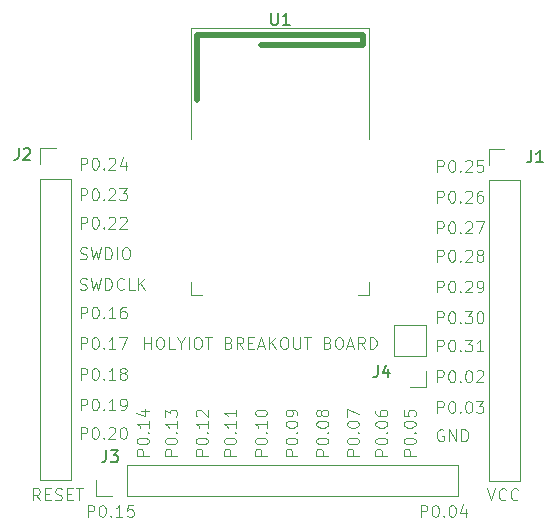
<source format=gbr>
%TF.GenerationSoftware,KiCad,Pcbnew,8.0.1*%
%TF.CreationDate,2024-04-24T16:47:31+07:00*%
%TF.ProjectId,holyiot-21043-nrf52810,686f6c79-696f-4742-9d32-313034332d6e,rev?*%
%TF.SameCoordinates,Original*%
%TF.FileFunction,Legend,Top*%
%TF.FilePolarity,Positive*%
%FSLAX46Y46*%
G04 Gerber Fmt 4.6, Leading zero omitted, Abs format (unit mm)*
G04 Created by KiCad (PCBNEW 8.0.1) date 2024-04-24 16:47:31*
%MOMM*%
%LPD*%
G01*
G04 APERTURE LIST*
%ADD10C,0.100000*%
%ADD11C,0.150000*%
%ADD12C,0.120000*%
%ADD13C,0.500000*%
G04 APERTURE END LIST*
D10*
X126056265Y-111824800D02*
X126199122Y-111872419D01*
X126199122Y-111872419D02*
X126437217Y-111872419D01*
X126437217Y-111872419D02*
X126532455Y-111824800D01*
X126532455Y-111824800D02*
X126580074Y-111777180D01*
X126580074Y-111777180D02*
X126627693Y-111681942D01*
X126627693Y-111681942D02*
X126627693Y-111586704D01*
X126627693Y-111586704D02*
X126580074Y-111491466D01*
X126580074Y-111491466D02*
X126532455Y-111443847D01*
X126532455Y-111443847D02*
X126437217Y-111396228D01*
X126437217Y-111396228D02*
X126246741Y-111348609D01*
X126246741Y-111348609D02*
X126151503Y-111300990D01*
X126151503Y-111300990D02*
X126103884Y-111253371D01*
X126103884Y-111253371D02*
X126056265Y-111158133D01*
X126056265Y-111158133D02*
X126056265Y-111062895D01*
X126056265Y-111062895D02*
X126103884Y-110967657D01*
X126103884Y-110967657D02*
X126151503Y-110920038D01*
X126151503Y-110920038D02*
X126246741Y-110872419D01*
X126246741Y-110872419D02*
X126484836Y-110872419D01*
X126484836Y-110872419D02*
X126627693Y-110920038D01*
X126961027Y-110872419D02*
X127199122Y-111872419D01*
X127199122Y-111872419D02*
X127389598Y-111158133D01*
X127389598Y-111158133D02*
X127580074Y-111872419D01*
X127580074Y-111872419D02*
X127818170Y-110872419D01*
X128199122Y-111872419D02*
X128199122Y-110872419D01*
X128199122Y-110872419D02*
X128437217Y-110872419D01*
X128437217Y-110872419D02*
X128580074Y-110920038D01*
X128580074Y-110920038D02*
X128675312Y-111015276D01*
X128675312Y-111015276D02*
X128722931Y-111110514D01*
X128722931Y-111110514D02*
X128770550Y-111300990D01*
X128770550Y-111300990D02*
X128770550Y-111443847D01*
X128770550Y-111443847D02*
X128722931Y-111634323D01*
X128722931Y-111634323D02*
X128675312Y-111729561D01*
X128675312Y-111729561D02*
X128580074Y-111824800D01*
X128580074Y-111824800D02*
X128437217Y-111872419D01*
X128437217Y-111872419D02*
X128199122Y-111872419D01*
X129770550Y-111777180D02*
X129722931Y-111824800D01*
X129722931Y-111824800D02*
X129580074Y-111872419D01*
X129580074Y-111872419D02*
X129484836Y-111872419D01*
X129484836Y-111872419D02*
X129341979Y-111824800D01*
X129341979Y-111824800D02*
X129246741Y-111729561D01*
X129246741Y-111729561D02*
X129199122Y-111634323D01*
X129199122Y-111634323D02*
X129151503Y-111443847D01*
X129151503Y-111443847D02*
X129151503Y-111300990D01*
X129151503Y-111300990D02*
X129199122Y-111110514D01*
X129199122Y-111110514D02*
X129246741Y-111015276D01*
X129246741Y-111015276D02*
X129341979Y-110920038D01*
X129341979Y-110920038D02*
X129484836Y-110872419D01*
X129484836Y-110872419D02*
X129580074Y-110872419D01*
X129580074Y-110872419D02*
X129722931Y-110920038D01*
X129722931Y-110920038D02*
X129770550Y-110967657D01*
X130675312Y-111872419D02*
X130199122Y-111872419D01*
X130199122Y-111872419D02*
X130199122Y-110872419D01*
X131008646Y-111872419D02*
X131008646Y-110872419D01*
X131580074Y-111872419D02*
X131151503Y-111300990D01*
X131580074Y-110872419D02*
X131008646Y-111443847D01*
X141872419Y-125896115D02*
X140872419Y-125896115D01*
X140872419Y-125896115D02*
X140872419Y-125515163D01*
X140872419Y-125515163D02*
X140920038Y-125419925D01*
X140920038Y-125419925D02*
X140967657Y-125372306D01*
X140967657Y-125372306D02*
X141062895Y-125324687D01*
X141062895Y-125324687D02*
X141205752Y-125324687D01*
X141205752Y-125324687D02*
X141300990Y-125372306D01*
X141300990Y-125372306D02*
X141348609Y-125419925D01*
X141348609Y-125419925D02*
X141396228Y-125515163D01*
X141396228Y-125515163D02*
X141396228Y-125896115D01*
X140872419Y-124705639D02*
X140872419Y-124610401D01*
X140872419Y-124610401D02*
X140920038Y-124515163D01*
X140920038Y-124515163D02*
X140967657Y-124467544D01*
X140967657Y-124467544D02*
X141062895Y-124419925D01*
X141062895Y-124419925D02*
X141253371Y-124372306D01*
X141253371Y-124372306D02*
X141491466Y-124372306D01*
X141491466Y-124372306D02*
X141681942Y-124419925D01*
X141681942Y-124419925D02*
X141777180Y-124467544D01*
X141777180Y-124467544D02*
X141824800Y-124515163D01*
X141824800Y-124515163D02*
X141872419Y-124610401D01*
X141872419Y-124610401D02*
X141872419Y-124705639D01*
X141872419Y-124705639D02*
X141824800Y-124800877D01*
X141824800Y-124800877D02*
X141777180Y-124848496D01*
X141777180Y-124848496D02*
X141681942Y-124896115D01*
X141681942Y-124896115D02*
X141491466Y-124943734D01*
X141491466Y-124943734D02*
X141253371Y-124943734D01*
X141253371Y-124943734D02*
X141062895Y-124896115D01*
X141062895Y-124896115D02*
X140967657Y-124848496D01*
X140967657Y-124848496D02*
X140920038Y-124800877D01*
X140920038Y-124800877D02*
X140872419Y-124705639D01*
X141777180Y-123943734D02*
X141824800Y-123896115D01*
X141824800Y-123896115D02*
X141872419Y-123943734D01*
X141872419Y-123943734D02*
X141824800Y-123991353D01*
X141824800Y-123991353D02*
X141777180Y-123943734D01*
X141777180Y-123943734D02*
X141872419Y-123943734D01*
X141872419Y-122943735D02*
X141872419Y-123515163D01*
X141872419Y-123229449D02*
X140872419Y-123229449D01*
X140872419Y-123229449D02*
X141015276Y-123324687D01*
X141015276Y-123324687D02*
X141110514Y-123419925D01*
X141110514Y-123419925D02*
X141158133Y-123515163D01*
X140872419Y-122324687D02*
X140872419Y-122229449D01*
X140872419Y-122229449D02*
X140920038Y-122134211D01*
X140920038Y-122134211D02*
X140967657Y-122086592D01*
X140967657Y-122086592D02*
X141062895Y-122038973D01*
X141062895Y-122038973D02*
X141253371Y-121991354D01*
X141253371Y-121991354D02*
X141491466Y-121991354D01*
X141491466Y-121991354D02*
X141681942Y-122038973D01*
X141681942Y-122038973D02*
X141777180Y-122086592D01*
X141777180Y-122086592D02*
X141824800Y-122134211D01*
X141824800Y-122134211D02*
X141872419Y-122229449D01*
X141872419Y-122229449D02*
X141872419Y-122324687D01*
X141872419Y-122324687D02*
X141824800Y-122419925D01*
X141824800Y-122419925D02*
X141777180Y-122467544D01*
X141777180Y-122467544D02*
X141681942Y-122515163D01*
X141681942Y-122515163D02*
X141491466Y-122562782D01*
X141491466Y-122562782D02*
X141253371Y-122562782D01*
X141253371Y-122562782D02*
X141062895Y-122515163D01*
X141062895Y-122515163D02*
X140967657Y-122467544D01*
X140967657Y-122467544D02*
X140920038Y-122419925D01*
X140920038Y-122419925D02*
X140872419Y-122324687D01*
X156303884Y-112072419D02*
X156303884Y-111072419D01*
X156303884Y-111072419D02*
X156684836Y-111072419D01*
X156684836Y-111072419D02*
X156780074Y-111120038D01*
X156780074Y-111120038D02*
X156827693Y-111167657D01*
X156827693Y-111167657D02*
X156875312Y-111262895D01*
X156875312Y-111262895D02*
X156875312Y-111405752D01*
X156875312Y-111405752D02*
X156827693Y-111500990D01*
X156827693Y-111500990D02*
X156780074Y-111548609D01*
X156780074Y-111548609D02*
X156684836Y-111596228D01*
X156684836Y-111596228D02*
X156303884Y-111596228D01*
X157494360Y-111072419D02*
X157589598Y-111072419D01*
X157589598Y-111072419D02*
X157684836Y-111120038D01*
X157684836Y-111120038D02*
X157732455Y-111167657D01*
X157732455Y-111167657D02*
X157780074Y-111262895D01*
X157780074Y-111262895D02*
X157827693Y-111453371D01*
X157827693Y-111453371D02*
X157827693Y-111691466D01*
X157827693Y-111691466D02*
X157780074Y-111881942D01*
X157780074Y-111881942D02*
X157732455Y-111977180D01*
X157732455Y-111977180D02*
X157684836Y-112024800D01*
X157684836Y-112024800D02*
X157589598Y-112072419D01*
X157589598Y-112072419D02*
X157494360Y-112072419D01*
X157494360Y-112072419D02*
X157399122Y-112024800D01*
X157399122Y-112024800D02*
X157351503Y-111977180D01*
X157351503Y-111977180D02*
X157303884Y-111881942D01*
X157303884Y-111881942D02*
X157256265Y-111691466D01*
X157256265Y-111691466D02*
X157256265Y-111453371D01*
X157256265Y-111453371D02*
X157303884Y-111262895D01*
X157303884Y-111262895D02*
X157351503Y-111167657D01*
X157351503Y-111167657D02*
X157399122Y-111120038D01*
X157399122Y-111120038D02*
X157494360Y-111072419D01*
X158256265Y-111977180D02*
X158303884Y-112024800D01*
X158303884Y-112024800D02*
X158256265Y-112072419D01*
X158256265Y-112072419D02*
X158208646Y-112024800D01*
X158208646Y-112024800D02*
X158256265Y-111977180D01*
X158256265Y-111977180D02*
X158256265Y-112072419D01*
X158684836Y-111167657D02*
X158732455Y-111120038D01*
X158732455Y-111120038D02*
X158827693Y-111072419D01*
X158827693Y-111072419D02*
X159065788Y-111072419D01*
X159065788Y-111072419D02*
X159161026Y-111120038D01*
X159161026Y-111120038D02*
X159208645Y-111167657D01*
X159208645Y-111167657D02*
X159256264Y-111262895D01*
X159256264Y-111262895D02*
X159256264Y-111358133D01*
X159256264Y-111358133D02*
X159208645Y-111500990D01*
X159208645Y-111500990D02*
X158637217Y-112072419D01*
X158637217Y-112072419D02*
X159256264Y-112072419D01*
X159732455Y-112072419D02*
X159922931Y-112072419D01*
X159922931Y-112072419D02*
X160018169Y-112024800D01*
X160018169Y-112024800D02*
X160065788Y-111977180D01*
X160065788Y-111977180D02*
X160161026Y-111834323D01*
X160161026Y-111834323D02*
X160208645Y-111643847D01*
X160208645Y-111643847D02*
X160208645Y-111262895D01*
X160208645Y-111262895D02*
X160161026Y-111167657D01*
X160161026Y-111167657D02*
X160113407Y-111120038D01*
X160113407Y-111120038D02*
X160018169Y-111072419D01*
X160018169Y-111072419D02*
X159827693Y-111072419D01*
X159827693Y-111072419D02*
X159732455Y-111120038D01*
X159732455Y-111120038D02*
X159684836Y-111167657D01*
X159684836Y-111167657D02*
X159637217Y-111262895D01*
X159637217Y-111262895D02*
X159637217Y-111500990D01*
X159637217Y-111500990D02*
X159684836Y-111596228D01*
X159684836Y-111596228D02*
X159732455Y-111643847D01*
X159732455Y-111643847D02*
X159827693Y-111691466D01*
X159827693Y-111691466D02*
X160018169Y-111691466D01*
X160018169Y-111691466D02*
X160113407Y-111643847D01*
X160113407Y-111643847D02*
X160161026Y-111596228D01*
X160161026Y-111596228D02*
X160208645Y-111500990D01*
X136872419Y-125896115D02*
X135872419Y-125896115D01*
X135872419Y-125896115D02*
X135872419Y-125515163D01*
X135872419Y-125515163D02*
X135920038Y-125419925D01*
X135920038Y-125419925D02*
X135967657Y-125372306D01*
X135967657Y-125372306D02*
X136062895Y-125324687D01*
X136062895Y-125324687D02*
X136205752Y-125324687D01*
X136205752Y-125324687D02*
X136300990Y-125372306D01*
X136300990Y-125372306D02*
X136348609Y-125419925D01*
X136348609Y-125419925D02*
X136396228Y-125515163D01*
X136396228Y-125515163D02*
X136396228Y-125896115D01*
X135872419Y-124705639D02*
X135872419Y-124610401D01*
X135872419Y-124610401D02*
X135920038Y-124515163D01*
X135920038Y-124515163D02*
X135967657Y-124467544D01*
X135967657Y-124467544D02*
X136062895Y-124419925D01*
X136062895Y-124419925D02*
X136253371Y-124372306D01*
X136253371Y-124372306D02*
X136491466Y-124372306D01*
X136491466Y-124372306D02*
X136681942Y-124419925D01*
X136681942Y-124419925D02*
X136777180Y-124467544D01*
X136777180Y-124467544D02*
X136824800Y-124515163D01*
X136824800Y-124515163D02*
X136872419Y-124610401D01*
X136872419Y-124610401D02*
X136872419Y-124705639D01*
X136872419Y-124705639D02*
X136824800Y-124800877D01*
X136824800Y-124800877D02*
X136777180Y-124848496D01*
X136777180Y-124848496D02*
X136681942Y-124896115D01*
X136681942Y-124896115D02*
X136491466Y-124943734D01*
X136491466Y-124943734D02*
X136253371Y-124943734D01*
X136253371Y-124943734D02*
X136062895Y-124896115D01*
X136062895Y-124896115D02*
X135967657Y-124848496D01*
X135967657Y-124848496D02*
X135920038Y-124800877D01*
X135920038Y-124800877D02*
X135872419Y-124705639D01*
X136777180Y-123943734D02*
X136824800Y-123896115D01*
X136824800Y-123896115D02*
X136872419Y-123943734D01*
X136872419Y-123943734D02*
X136824800Y-123991353D01*
X136824800Y-123991353D02*
X136777180Y-123943734D01*
X136777180Y-123943734D02*
X136872419Y-123943734D01*
X136872419Y-122943735D02*
X136872419Y-123515163D01*
X136872419Y-123229449D02*
X135872419Y-123229449D01*
X135872419Y-123229449D02*
X136015276Y-123324687D01*
X136015276Y-123324687D02*
X136110514Y-123419925D01*
X136110514Y-123419925D02*
X136158133Y-123515163D01*
X135967657Y-122562782D02*
X135920038Y-122515163D01*
X135920038Y-122515163D02*
X135872419Y-122419925D01*
X135872419Y-122419925D02*
X135872419Y-122181830D01*
X135872419Y-122181830D02*
X135920038Y-122086592D01*
X135920038Y-122086592D02*
X135967657Y-122038973D01*
X135967657Y-122038973D02*
X136062895Y-121991354D01*
X136062895Y-121991354D02*
X136158133Y-121991354D01*
X136158133Y-121991354D02*
X136300990Y-122038973D01*
X136300990Y-122038973D02*
X136872419Y-122610401D01*
X136872419Y-122610401D02*
X136872419Y-121991354D01*
X152072419Y-125896115D02*
X151072419Y-125896115D01*
X151072419Y-125896115D02*
X151072419Y-125515163D01*
X151072419Y-125515163D02*
X151120038Y-125419925D01*
X151120038Y-125419925D02*
X151167657Y-125372306D01*
X151167657Y-125372306D02*
X151262895Y-125324687D01*
X151262895Y-125324687D02*
X151405752Y-125324687D01*
X151405752Y-125324687D02*
X151500990Y-125372306D01*
X151500990Y-125372306D02*
X151548609Y-125419925D01*
X151548609Y-125419925D02*
X151596228Y-125515163D01*
X151596228Y-125515163D02*
X151596228Y-125896115D01*
X151072419Y-124705639D02*
X151072419Y-124610401D01*
X151072419Y-124610401D02*
X151120038Y-124515163D01*
X151120038Y-124515163D02*
X151167657Y-124467544D01*
X151167657Y-124467544D02*
X151262895Y-124419925D01*
X151262895Y-124419925D02*
X151453371Y-124372306D01*
X151453371Y-124372306D02*
X151691466Y-124372306D01*
X151691466Y-124372306D02*
X151881942Y-124419925D01*
X151881942Y-124419925D02*
X151977180Y-124467544D01*
X151977180Y-124467544D02*
X152024800Y-124515163D01*
X152024800Y-124515163D02*
X152072419Y-124610401D01*
X152072419Y-124610401D02*
X152072419Y-124705639D01*
X152072419Y-124705639D02*
X152024800Y-124800877D01*
X152024800Y-124800877D02*
X151977180Y-124848496D01*
X151977180Y-124848496D02*
X151881942Y-124896115D01*
X151881942Y-124896115D02*
X151691466Y-124943734D01*
X151691466Y-124943734D02*
X151453371Y-124943734D01*
X151453371Y-124943734D02*
X151262895Y-124896115D01*
X151262895Y-124896115D02*
X151167657Y-124848496D01*
X151167657Y-124848496D02*
X151120038Y-124800877D01*
X151120038Y-124800877D02*
X151072419Y-124705639D01*
X151977180Y-123943734D02*
X152024800Y-123896115D01*
X152024800Y-123896115D02*
X152072419Y-123943734D01*
X152072419Y-123943734D02*
X152024800Y-123991353D01*
X152024800Y-123991353D02*
X151977180Y-123943734D01*
X151977180Y-123943734D02*
X152072419Y-123943734D01*
X151072419Y-123277068D02*
X151072419Y-123181830D01*
X151072419Y-123181830D02*
X151120038Y-123086592D01*
X151120038Y-123086592D02*
X151167657Y-123038973D01*
X151167657Y-123038973D02*
X151262895Y-122991354D01*
X151262895Y-122991354D02*
X151453371Y-122943735D01*
X151453371Y-122943735D02*
X151691466Y-122943735D01*
X151691466Y-122943735D02*
X151881942Y-122991354D01*
X151881942Y-122991354D02*
X151977180Y-123038973D01*
X151977180Y-123038973D02*
X152024800Y-123086592D01*
X152024800Y-123086592D02*
X152072419Y-123181830D01*
X152072419Y-123181830D02*
X152072419Y-123277068D01*
X152072419Y-123277068D02*
X152024800Y-123372306D01*
X152024800Y-123372306D02*
X151977180Y-123419925D01*
X151977180Y-123419925D02*
X151881942Y-123467544D01*
X151881942Y-123467544D02*
X151691466Y-123515163D01*
X151691466Y-123515163D02*
X151453371Y-123515163D01*
X151453371Y-123515163D02*
X151262895Y-123467544D01*
X151262895Y-123467544D02*
X151167657Y-123419925D01*
X151167657Y-123419925D02*
X151120038Y-123372306D01*
X151120038Y-123372306D02*
X151072419Y-123277068D01*
X151072419Y-122086592D02*
X151072419Y-122277068D01*
X151072419Y-122277068D02*
X151120038Y-122372306D01*
X151120038Y-122372306D02*
X151167657Y-122419925D01*
X151167657Y-122419925D02*
X151310514Y-122515163D01*
X151310514Y-122515163D02*
X151500990Y-122562782D01*
X151500990Y-122562782D02*
X151881942Y-122562782D01*
X151881942Y-122562782D02*
X151977180Y-122515163D01*
X151977180Y-122515163D02*
X152024800Y-122467544D01*
X152024800Y-122467544D02*
X152072419Y-122372306D01*
X152072419Y-122372306D02*
X152072419Y-122181830D01*
X152072419Y-122181830D02*
X152024800Y-122086592D01*
X152024800Y-122086592D02*
X151977180Y-122038973D01*
X151977180Y-122038973D02*
X151881942Y-121991354D01*
X151881942Y-121991354D02*
X151643847Y-121991354D01*
X151643847Y-121991354D02*
X151548609Y-122038973D01*
X151548609Y-122038973D02*
X151500990Y-122086592D01*
X151500990Y-122086592D02*
X151453371Y-122181830D01*
X151453371Y-122181830D02*
X151453371Y-122372306D01*
X151453371Y-122372306D02*
X151500990Y-122467544D01*
X151500990Y-122467544D02*
X151548609Y-122515163D01*
X151548609Y-122515163D02*
X151643847Y-122562782D01*
X156827693Y-123720038D02*
X156732455Y-123672419D01*
X156732455Y-123672419D02*
X156589598Y-123672419D01*
X156589598Y-123672419D02*
X156446741Y-123720038D01*
X156446741Y-123720038D02*
X156351503Y-123815276D01*
X156351503Y-123815276D02*
X156303884Y-123910514D01*
X156303884Y-123910514D02*
X156256265Y-124100990D01*
X156256265Y-124100990D02*
X156256265Y-124243847D01*
X156256265Y-124243847D02*
X156303884Y-124434323D01*
X156303884Y-124434323D02*
X156351503Y-124529561D01*
X156351503Y-124529561D02*
X156446741Y-124624800D01*
X156446741Y-124624800D02*
X156589598Y-124672419D01*
X156589598Y-124672419D02*
X156684836Y-124672419D01*
X156684836Y-124672419D02*
X156827693Y-124624800D01*
X156827693Y-124624800D02*
X156875312Y-124577180D01*
X156875312Y-124577180D02*
X156875312Y-124243847D01*
X156875312Y-124243847D02*
X156684836Y-124243847D01*
X157303884Y-124672419D02*
X157303884Y-123672419D01*
X157303884Y-123672419D02*
X157875312Y-124672419D01*
X157875312Y-124672419D02*
X157875312Y-123672419D01*
X158351503Y-124672419D02*
X158351503Y-123672419D01*
X158351503Y-123672419D02*
X158589598Y-123672419D01*
X158589598Y-123672419D02*
X158732455Y-123720038D01*
X158732455Y-123720038D02*
X158827693Y-123815276D01*
X158827693Y-123815276D02*
X158875312Y-123910514D01*
X158875312Y-123910514D02*
X158922931Y-124100990D01*
X158922931Y-124100990D02*
X158922931Y-124243847D01*
X158922931Y-124243847D02*
X158875312Y-124434323D01*
X158875312Y-124434323D02*
X158827693Y-124529561D01*
X158827693Y-124529561D02*
X158732455Y-124624800D01*
X158732455Y-124624800D02*
X158589598Y-124672419D01*
X158589598Y-124672419D02*
X158351503Y-124672419D01*
X126103884Y-104272419D02*
X126103884Y-103272419D01*
X126103884Y-103272419D02*
X126484836Y-103272419D01*
X126484836Y-103272419D02*
X126580074Y-103320038D01*
X126580074Y-103320038D02*
X126627693Y-103367657D01*
X126627693Y-103367657D02*
X126675312Y-103462895D01*
X126675312Y-103462895D02*
X126675312Y-103605752D01*
X126675312Y-103605752D02*
X126627693Y-103700990D01*
X126627693Y-103700990D02*
X126580074Y-103748609D01*
X126580074Y-103748609D02*
X126484836Y-103796228D01*
X126484836Y-103796228D02*
X126103884Y-103796228D01*
X127294360Y-103272419D02*
X127389598Y-103272419D01*
X127389598Y-103272419D02*
X127484836Y-103320038D01*
X127484836Y-103320038D02*
X127532455Y-103367657D01*
X127532455Y-103367657D02*
X127580074Y-103462895D01*
X127580074Y-103462895D02*
X127627693Y-103653371D01*
X127627693Y-103653371D02*
X127627693Y-103891466D01*
X127627693Y-103891466D02*
X127580074Y-104081942D01*
X127580074Y-104081942D02*
X127532455Y-104177180D01*
X127532455Y-104177180D02*
X127484836Y-104224800D01*
X127484836Y-104224800D02*
X127389598Y-104272419D01*
X127389598Y-104272419D02*
X127294360Y-104272419D01*
X127294360Y-104272419D02*
X127199122Y-104224800D01*
X127199122Y-104224800D02*
X127151503Y-104177180D01*
X127151503Y-104177180D02*
X127103884Y-104081942D01*
X127103884Y-104081942D02*
X127056265Y-103891466D01*
X127056265Y-103891466D02*
X127056265Y-103653371D01*
X127056265Y-103653371D02*
X127103884Y-103462895D01*
X127103884Y-103462895D02*
X127151503Y-103367657D01*
X127151503Y-103367657D02*
X127199122Y-103320038D01*
X127199122Y-103320038D02*
X127294360Y-103272419D01*
X128056265Y-104177180D02*
X128103884Y-104224800D01*
X128103884Y-104224800D02*
X128056265Y-104272419D01*
X128056265Y-104272419D02*
X128008646Y-104224800D01*
X128008646Y-104224800D02*
X128056265Y-104177180D01*
X128056265Y-104177180D02*
X128056265Y-104272419D01*
X128484836Y-103367657D02*
X128532455Y-103320038D01*
X128532455Y-103320038D02*
X128627693Y-103272419D01*
X128627693Y-103272419D02*
X128865788Y-103272419D01*
X128865788Y-103272419D02*
X128961026Y-103320038D01*
X128961026Y-103320038D02*
X129008645Y-103367657D01*
X129008645Y-103367657D02*
X129056264Y-103462895D01*
X129056264Y-103462895D02*
X129056264Y-103558133D01*
X129056264Y-103558133D02*
X129008645Y-103700990D01*
X129008645Y-103700990D02*
X128437217Y-104272419D01*
X128437217Y-104272419D02*
X129056264Y-104272419D01*
X129389598Y-103272419D02*
X130008645Y-103272419D01*
X130008645Y-103272419D02*
X129675312Y-103653371D01*
X129675312Y-103653371D02*
X129818169Y-103653371D01*
X129818169Y-103653371D02*
X129913407Y-103700990D01*
X129913407Y-103700990D02*
X129961026Y-103748609D01*
X129961026Y-103748609D02*
X130008645Y-103843847D01*
X130008645Y-103843847D02*
X130008645Y-104081942D01*
X130008645Y-104081942D02*
X129961026Y-104177180D01*
X129961026Y-104177180D02*
X129913407Y-104224800D01*
X129913407Y-104224800D02*
X129818169Y-104272419D01*
X129818169Y-104272419D02*
X129532455Y-104272419D01*
X129532455Y-104272419D02*
X129437217Y-104224800D01*
X129437217Y-104224800D02*
X129389598Y-104177180D01*
X156303884Y-104472419D02*
X156303884Y-103472419D01*
X156303884Y-103472419D02*
X156684836Y-103472419D01*
X156684836Y-103472419D02*
X156780074Y-103520038D01*
X156780074Y-103520038D02*
X156827693Y-103567657D01*
X156827693Y-103567657D02*
X156875312Y-103662895D01*
X156875312Y-103662895D02*
X156875312Y-103805752D01*
X156875312Y-103805752D02*
X156827693Y-103900990D01*
X156827693Y-103900990D02*
X156780074Y-103948609D01*
X156780074Y-103948609D02*
X156684836Y-103996228D01*
X156684836Y-103996228D02*
X156303884Y-103996228D01*
X157494360Y-103472419D02*
X157589598Y-103472419D01*
X157589598Y-103472419D02*
X157684836Y-103520038D01*
X157684836Y-103520038D02*
X157732455Y-103567657D01*
X157732455Y-103567657D02*
X157780074Y-103662895D01*
X157780074Y-103662895D02*
X157827693Y-103853371D01*
X157827693Y-103853371D02*
X157827693Y-104091466D01*
X157827693Y-104091466D02*
X157780074Y-104281942D01*
X157780074Y-104281942D02*
X157732455Y-104377180D01*
X157732455Y-104377180D02*
X157684836Y-104424800D01*
X157684836Y-104424800D02*
X157589598Y-104472419D01*
X157589598Y-104472419D02*
X157494360Y-104472419D01*
X157494360Y-104472419D02*
X157399122Y-104424800D01*
X157399122Y-104424800D02*
X157351503Y-104377180D01*
X157351503Y-104377180D02*
X157303884Y-104281942D01*
X157303884Y-104281942D02*
X157256265Y-104091466D01*
X157256265Y-104091466D02*
X157256265Y-103853371D01*
X157256265Y-103853371D02*
X157303884Y-103662895D01*
X157303884Y-103662895D02*
X157351503Y-103567657D01*
X157351503Y-103567657D02*
X157399122Y-103520038D01*
X157399122Y-103520038D02*
X157494360Y-103472419D01*
X158256265Y-104377180D02*
X158303884Y-104424800D01*
X158303884Y-104424800D02*
X158256265Y-104472419D01*
X158256265Y-104472419D02*
X158208646Y-104424800D01*
X158208646Y-104424800D02*
X158256265Y-104377180D01*
X158256265Y-104377180D02*
X158256265Y-104472419D01*
X158684836Y-103567657D02*
X158732455Y-103520038D01*
X158732455Y-103520038D02*
X158827693Y-103472419D01*
X158827693Y-103472419D02*
X159065788Y-103472419D01*
X159065788Y-103472419D02*
X159161026Y-103520038D01*
X159161026Y-103520038D02*
X159208645Y-103567657D01*
X159208645Y-103567657D02*
X159256264Y-103662895D01*
X159256264Y-103662895D02*
X159256264Y-103758133D01*
X159256264Y-103758133D02*
X159208645Y-103900990D01*
X159208645Y-103900990D02*
X158637217Y-104472419D01*
X158637217Y-104472419D02*
X159256264Y-104472419D01*
X160113407Y-103472419D02*
X159922931Y-103472419D01*
X159922931Y-103472419D02*
X159827693Y-103520038D01*
X159827693Y-103520038D02*
X159780074Y-103567657D01*
X159780074Y-103567657D02*
X159684836Y-103710514D01*
X159684836Y-103710514D02*
X159637217Y-103900990D01*
X159637217Y-103900990D02*
X159637217Y-104281942D01*
X159637217Y-104281942D02*
X159684836Y-104377180D01*
X159684836Y-104377180D02*
X159732455Y-104424800D01*
X159732455Y-104424800D02*
X159827693Y-104472419D01*
X159827693Y-104472419D02*
X160018169Y-104472419D01*
X160018169Y-104472419D02*
X160113407Y-104424800D01*
X160113407Y-104424800D02*
X160161026Y-104377180D01*
X160161026Y-104377180D02*
X160208645Y-104281942D01*
X160208645Y-104281942D02*
X160208645Y-104043847D01*
X160208645Y-104043847D02*
X160161026Y-103948609D01*
X160161026Y-103948609D02*
X160113407Y-103900990D01*
X160113407Y-103900990D02*
X160018169Y-103853371D01*
X160018169Y-103853371D02*
X159827693Y-103853371D01*
X159827693Y-103853371D02*
X159732455Y-103900990D01*
X159732455Y-103900990D02*
X159684836Y-103948609D01*
X159684836Y-103948609D02*
X159637217Y-104043847D01*
X149672419Y-125896115D02*
X148672419Y-125896115D01*
X148672419Y-125896115D02*
X148672419Y-125515163D01*
X148672419Y-125515163D02*
X148720038Y-125419925D01*
X148720038Y-125419925D02*
X148767657Y-125372306D01*
X148767657Y-125372306D02*
X148862895Y-125324687D01*
X148862895Y-125324687D02*
X149005752Y-125324687D01*
X149005752Y-125324687D02*
X149100990Y-125372306D01*
X149100990Y-125372306D02*
X149148609Y-125419925D01*
X149148609Y-125419925D02*
X149196228Y-125515163D01*
X149196228Y-125515163D02*
X149196228Y-125896115D01*
X148672419Y-124705639D02*
X148672419Y-124610401D01*
X148672419Y-124610401D02*
X148720038Y-124515163D01*
X148720038Y-124515163D02*
X148767657Y-124467544D01*
X148767657Y-124467544D02*
X148862895Y-124419925D01*
X148862895Y-124419925D02*
X149053371Y-124372306D01*
X149053371Y-124372306D02*
X149291466Y-124372306D01*
X149291466Y-124372306D02*
X149481942Y-124419925D01*
X149481942Y-124419925D02*
X149577180Y-124467544D01*
X149577180Y-124467544D02*
X149624800Y-124515163D01*
X149624800Y-124515163D02*
X149672419Y-124610401D01*
X149672419Y-124610401D02*
X149672419Y-124705639D01*
X149672419Y-124705639D02*
X149624800Y-124800877D01*
X149624800Y-124800877D02*
X149577180Y-124848496D01*
X149577180Y-124848496D02*
X149481942Y-124896115D01*
X149481942Y-124896115D02*
X149291466Y-124943734D01*
X149291466Y-124943734D02*
X149053371Y-124943734D01*
X149053371Y-124943734D02*
X148862895Y-124896115D01*
X148862895Y-124896115D02*
X148767657Y-124848496D01*
X148767657Y-124848496D02*
X148720038Y-124800877D01*
X148720038Y-124800877D02*
X148672419Y-124705639D01*
X149577180Y-123943734D02*
X149624800Y-123896115D01*
X149624800Y-123896115D02*
X149672419Y-123943734D01*
X149672419Y-123943734D02*
X149624800Y-123991353D01*
X149624800Y-123991353D02*
X149577180Y-123943734D01*
X149577180Y-123943734D02*
X149672419Y-123943734D01*
X148672419Y-123277068D02*
X148672419Y-123181830D01*
X148672419Y-123181830D02*
X148720038Y-123086592D01*
X148720038Y-123086592D02*
X148767657Y-123038973D01*
X148767657Y-123038973D02*
X148862895Y-122991354D01*
X148862895Y-122991354D02*
X149053371Y-122943735D01*
X149053371Y-122943735D02*
X149291466Y-122943735D01*
X149291466Y-122943735D02*
X149481942Y-122991354D01*
X149481942Y-122991354D02*
X149577180Y-123038973D01*
X149577180Y-123038973D02*
X149624800Y-123086592D01*
X149624800Y-123086592D02*
X149672419Y-123181830D01*
X149672419Y-123181830D02*
X149672419Y-123277068D01*
X149672419Y-123277068D02*
X149624800Y-123372306D01*
X149624800Y-123372306D02*
X149577180Y-123419925D01*
X149577180Y-123419925D02*
X149481942Y-123467544D01*
X149481942Y-123467544D02*
X149291466Y-123515163D01*
X149291466Y-123515163D02*
X149053371Y-123515163D01*
X149053371Y-123515163D02*
X148862895Y-123467544D01*
X148862895Y-123467544D02*
X148767657Y-123419925D01*
X148767657Y-123419925D02*
X148720038Y-123372306D01*
X148720038Y-123372306D02*
X148672419Y-123277068D01*
X148672419Y-122610401D02*
X148672419Y-121943735D01*
X148672419Y-121943735D02*
X149672419Y-122372306D01*
X144472419Y-125896115D02*
X143472419Y-125896115D01*
X143472419Y-125896115D02*
X143472419Y-125515163D01*
X143472419Y-125515163D02*
X143520038Y-125419925D01*
X143520038Y-125419925D02*
X143567657Y-125372306D01*
X143567657Y-125372306D02*
X143662895Y-125324687D01*
X143662895Y-125324687D02*
X143805752Y-125324687D01*
X143805752Y-125324687D02*
X143900990Y-125372306D01*
X143900990Y-125372306D02*
X143948609Y-125419925D01*
X143948609Y-125419925D02*
X143996228Y-125515163D01*
X143996228Y-125515163D02*
X143996228Y-125896115D01*
X143472419Y-124705639D02*
X143472419Y-124610401D01*
X143472419Y-124610401D02*
X143520038Y-124515163D01*
X143520038Y-124515163D02*
X143567657Y-124467544D01*
X143567657Y-124467544D02*
X143662895Y-124419925D01*
X143662895Y-124419925D02*
X143853371Y-124372306D01*
X143853371Y-124372306D02*
X144091466Y-124372306D01*
X144091466Y-124372306D02*
X144281942Y-124419925D01*
X144281942Y-124419925D02*
X144377180Y-124467544D01*
X144377180Y-124467544D02*
X144424800Y-124515163D01*
X144424800Y-124515163D02*
X144472419Y-124610401D01*
X144472419Y-124610401D02*
X144472419Y-124705639D01*
X144472419Y-124705639D02*
X144424800Y-124800877D01*
X144424800Y-124800877D02*
X144377180Y-124848496D01*
X144377180Y-124848496D02*
X144281942Y-124896115D01*
X144281942Y-124896115D02*
X144091466Y-124943734D01*
X144091466Y-124943734D02*
X143853371Y-124943734D01*
X143853371Y-124943734D02*
X143662895Y-124896115D01*
X143662895Y-124896115D02*
X143567657Y-124848496D01*
X143567657Y-124848496D02*
X143520038Y-124800877D01*
X143520038Y-124800877D02*
X143472419Y-124705639D01*
X144377180Y-123943734D02*
X144424800Y-123896115D01*
X144424800Y-123896115D02*
X144472419Y-123943734D01*
X144472419Y-123943734D02*
X144424800Y-123991353D01*
X144424800Y-123991353D02*
X144377180Y-123943734D01*
X144377180Y-123943734D02*
X144472419Y-123943734D01*
X143472419Y-123277068D02*
X143472419Y-123181830D01*
X143472419Y-123181830D02*
X143520038Y-123086592D01*
X143520038Y-123086592D02*
X143567657Y-123038973D01*
X143567657Y-123038973D02*
X143662895Y-122991354D01*
X143662895Y-122991354D02*
X143853371Y-122943735D01*
X143853371Y-122943735D02*
X144091466Y-122943735D01*
X144091466Y-122943735D02*
X144281942Y-122991354D01*
X144281942Y-122991354D02*
X144377180Y-123038973D01*
X144377180Y-123038973D02*
X144424800Y-123086592D01*
X144424800Y-123086592D02*
X144472419Y-123181830D01*
X144472419Y-123181830D02*
X144472419Y-123277068D01*
X144472419Y-123277068D02*
X144424800Y-123372306D01*
X144424800Y-123372306D02*
X144377180Y-123419925D01*
X144377180Y-123419925D02*
X144281942Y-123467544D01*
X144281942Y-123467544D02*
X144091466Y-123515163D01*
X144091466Y-123515163D02*
X143853371Y-123515163D01*
X143853371Y-123515163D02*
X143662895Y-123467544D01*
X143662895Y-123467544D02*
X143567657Y-123419925D01*
X143567657Y-123419925D02*
X143520038Y-123372306D01*
X143520038Y-123372306D02*
X143472419Y-123277068D01*
X144472419Y-122467544D02*
X144472419Y-122277068D01*
X144472419Y-122277068D02*
X144424800Y-122181830D01*
X144424800Y-122181830D02*
X144377180Y-122134211D01*
X144377180Y-122134211D02*
X144234323Y-122038973D01*
X144234323Y-122038973D02*
X144043847Y-121991354D01*
X144043847Y-121991354D02*
X143662895Y-121991354D01*
X143662895Y-121991354D02*
X143567657Y-122038973D01*
X143567657Y-122038973D02*
X143520038Y-122086592D01*
X143520038Y-122086592D02*
X143472419Y-122181830D01*
X143472419Y-122181830D02*
X143472419Y-122372306D01*
X143472419Y-122372306D02*
X143520038Y-122467544D01*
X143520038Y-122467544D02*
X143567657Y-122515163D01*
X143567657Y-122515163D02*
X143662895Y-122562782D01*
X143662895Y-122562782D02*
X143900990Y-122562782D01*
X143900990Y-122562782D02*
X143996228Y-122515163D01*
X143996228Y-122515163D02*
X144043847Y-122467544D01*
X144043847Y-122467544D02*
X144091466Y-122372306D01*
X144091466Y-122372306D02*
X144091466Y-122181830D01*
X144091466Y-122181830D02*
X144043847Y-122086592D01*
X144043847Y-122086592D02*
X143996228Y-122038973D01*
X143996228Y-122038973D02*
X143900990Y-121991354D01*
X126103884Y-124472419D02*
X126103884Y-123472419D01*
X126103884Y-123472419D02*
X126484836Y-123472419D01*
X126484836Y-123472419D02*
X126580074Y-123520038D01*
X126580074Y-123520038D02*
X126627693Y-123567657D01*
X126627693Y-123567657D02*
X126675312Y-123662895D01*
X126675312Y-123662895D02*
X126675312Y-123805752D01*
X126675312Y-123805752D02*
X126627693Y-123900990D01*
X126627693Y-123900990D02*
X126580074Y-123948609D01*
X126580074Y-123948609D02*
X126484836Y-123996228D01*
X126484836Y-123996228D02*
X126103884Y-123996228D01*
X127294360Y-123472419D02*
X127389598Y-123472419D01*
X127389598Y-123472419D02*
X127484836Y-123520038D01*
X127484836Y-123520038D02*
X127532455Y-123567657D01*
X127532455Y-123567657D02*
X127580074Y-123662895D01*
X127580074Y-123662895D02*
X127627693Y-123853371D01*
X127627693Y-123853371D02*
X127627693Y-124091466D01*
X127627693Y-124091466D02*
X127580074Y-124281942D01*
X127580074Y-124281942D02*
X127532455Y-124377180D01*
X127532455Y-124377180D02*
X127484836Y-124424800D01*
X127484836Y-124424800D02*
X127389598Y-124472419D01*
X127389598Y-124472419D02*
X127294360Y-124472419D01*
X127294360Y-124472419D02*
X127199122Y-124424800D01*
X127199122Y-124424800D02*
X127151503Y-124377180D01*
X127151503Y-124377180D02*
X127103884Y-124281942D01*
X127103884Y-124281942D02*
X127056265Y-124091466D01*
X127056265Y-124091466D02*
X127056265Y-123853371D01*
X127056265Y-123853371D02*
X127103884Y-123662895D01*
X127103884Y-123662895D02*
X127151503Y-123567657D01*
X127151503Y-123567657D02*
X127199122Y-123520038D01*
X127199122Y-123520038D02*
X127294360Y-123472419D01*
X128056265Y-124377180D02*
X128103884Y-124424800D01*
X128103884Y-124424800D02*
X128056265Y-124472419D01*
X128056265Y-124472419D02*
X128008646Y-124424800D01*
X128008646Y-124424800D02*
X128056265Y-124377180D01*
X128056265Y-124377180D02*
X128056265Y-124472419D01*
X128484836Y-123567657D02*
X128532455Y-123520038D01*
X128532455Y-123520038D02*
X128627693Y-123472419D01*
X128627693Y-123472419D02*
X128865788Y-123472419D01*
X128865788Y-123472419D02*
X128961026Y-123520038D01*
X128961026Y-123520038D02*
X129008645Y-123567657D01*
X129008645Y-123567657D02*
X129056264Y-123662895D01*
X129056264Y-123662895D02*
X129056264Y-123758133D01*
X129056264Y-123758133D02*
X129008645Y-123900990D01*
X129008645Y-123900990D02*
X128437217Y-124472419D01*
X128437217Y-124472419D02*
X129056264Y-124472419D01*
X129675312Y-123472419D02*
X129770550Y-123472419D01*
X129770550Y-123472419D02*
X129865788Y-123520038D01*
X129865788Y-123520038D02*
X129913407Y-123567657D01*
X129913407Y-123567657D02*
X129961026Y-123662895D01*
X129961026Y-123662895D02*
X130008645Y-123853371D01*
X130008645Y-123853371D02*
X130008645Y-124091466D01*
X130008645Y-124091466D02*
X129961026Y-124281942D01*
X129961026Y-124281942D02*
X129913407Y-124377180D01*
X129913407Y-124377180D02*
X129865788Y-124424800D01*
X129865788Y-124424800D02*
X129770550Y-124472419D01*
X129770550Y-124472419D02*
X129675312Y-124472419D01*
X129675312Y-124472419D02*
X129580074Y-124424800D01*
X129580074Y-124424800D02*
X129532455Y-124377180D01*
X129532455Y-124377180D02*
X129484836Y-124281942D01*
X129484836Y-124281942D02*
X129437217Y-124091466D01*
X129437217Y-124091466D02*
X129437217Y-123853371D01*
X129437217Y-123853371D02*
X129484836Y-123662895D01*
X129484836Y-123662895D02*
X129532455Y-123567657D01*
X129532455Y-123567657D02*
X129580074Y-123520038D01*
X129580074Y-123520038D02*
X129675312Y-123472419D01*
X126103884Y-106672419D02*
X126103884Y-105672419D01*
X126103884Y-105672419D02*
X126484836Y-105672419D01*
X126484836Y-105672419D02*
X126580074Y-105720038D01*
X126580074Y-105720038D02*
X126627693Y-105767657D01*
X126627693Y-105767657D02*
X126675312Y-105862895D01*
X126675312Y-105862895D02*
X126675312Y-106005752D01*
X126675312Y-106005752D02*
X126627693Y-106100990D01*
X126627693Y-106100990D02*
X126580074Y-106148609D01*
X126580074Y-106148609D02*
X126484836Y-106196228D01*
X126484836Y-106196228D02*
X126103884Y-106196228D01*
X127294360Y-105672419D02*
X127389598Y-105672419D01*
X127389598Y-105672419D02*
X127484836Y-105720038D01*
X127484836Y-105720038D02*
X127532455Y-105767657D01*
X127532455Y-105767657D02*
X127580074Y-105862895D01*
X127580074Y-105862895D02*
X127627693Y-106053371D01*
X127627693Y-106053371D02*
X127627693Y-106291466D01*
X127627693Y-106291466D02*
X127580074Y-106481942D01*
X127580074Y-106481942D02*
X127532455Y-106577180D01*
X127532455Y-106577180D02*
X127484836Y-106624800D01*
X127484836Y-106624800D02*
X127389598Y-106672419D01*
X127389598Y-106672419D02*
X127294360Y-106672419D01*
X127294360Y-106672419D02*
X127199122Y-106624800D01*
X127199122Y-106624800D02*
X127151503Y-106577180D01*
X127151503Y-106577180D02*
X127103884Y-106481942D01*
X127103884Y-106481942D02*
X127056265Y-106291466D01*
X127056265Y-106291466D02*
X127056265Y-106053371D01*
X127056265Y-106053371D02*
X127103884Y-105862895D01*
X127103884Y-105862895D02*
X127151503Y-105767657D01*
X127151503Y-105767657D02*
X127199122Y-105720038D01*
X127199122Y-105720038D02*
X127294360Y-105672419D01*
X128056265Y-106577180D02*
X128103884Y-106624800D01*
X128103884Y-106624800D02*
X128056265Y-106672419D01*
X128056265Y-106672419D02*
X128008646Y-106624800D01*
X128008646Y-106624800D02*
X128056265Y-106577180D01*
X128056265Y-106577180D02*
X128056265Y-106672419D01*
X128484836Y-105767657D02*
X128532455Y-105720038D01*
X128532455Y-105720038D02*
X128627693Y-105672419D01*
X128627693Y-105672419D02*
X128865788Y-105672419D01*
X128865788Y-105672419D02*
X128961026Y-105720038D01*
X128961026Y-105720038D02*
X129008645Y-105767657D01*
X129008645Y-105767657D02*
X129056264Y-105862895D01*
X129056264Y-105862895D02*
X129056264Y-105958133D01*
X129056264Y-105958133D02*
X129008645Y-106100990D01*
X129008645Y-106100990D02*
X128437217Y-106672419D01*
X128437217Y-106672419D02*
X129056264Y-106672419D01*
X129437217Y-105767657D02*
X129484836Y-105720038D01*
X129484836Y-105720038D02*
X129580074Y-105672419D01*
X129580074Y-105672419D02*
X129818169Y-105672419D01*
X129818169Y-105672419D02*
X129913407Y-105720038D01*
X129913407Y-105720038D02*
X129961026Y-105767657D01*
X129961026Y-105767657D02*
X130008645Y-105862895D01*
X130008645Y-105862895D02*
X130008645Y-105958133D01*
X130008645Y-105958133D02*
X129961026Y-106100990D01*
X129961026Y-106100990D02*
X129389598Y-106672419D01*
X129389598Y-106672419D02*
X130008645Y-106672419D01*
X147072419Y-125896115D02*
X146072419Y-125896115D01*
X146072419Y-125896115D02*
X146072419Y-125515163D01*
X146072419Y-125515163D02*
X146120038Y-125419925D01*
X146120038Y-125419925D02*
X146167657Y-125372306D01*
X146167657Y-125372306D02*
X146262895Y-125324687D01*
X146262895Y-125324687D02*
X146405752Y-125324687D01*
X146405752Y-125324687D02*
X146500990Y-125372306D01*
X146500990Y-125372306D02*
X146548609Y-125419925D01*
X146548609Y-125419925D02*
X146596228Y-125515163D01*
X146596228Y-125515163D02*
X146596228Y-125896115D01*
X146072419Y-124705639D02*
X146072419Y-124610401D01*
X146072419Y-124610401D02*
X146120038Y-124515163D01*
X146120038Y-124515163D02*
X146167657Y-124467544D01*
X146167657Y-124467544D02*
X146262895Y-124419925D01*
X146262895Y-124419925D02*
X146453371Y-124372306D01*
X146453371Y-124372306D02*
X146691466Y-124372306D01*
X146691466Y-124372306D02*
X146881942Y-124419925D01*
X146881942Y-124419925D02*
X146977180Y-124467544D01*
X146977180Y-124467544D02*
X147024800Y-124515163D01*
X147024800Y-124515163D02*
X147072419Y-124610401D01*
X147072419Y-124610401D02*
X147072419Y-124705639D01*
X147072419Y-124705639D02*
X147024800Y-124800877D01*
X147024800Y-124800877D02*
X146977180Y-124848496D01*
X146977180Y-124848496D02*
X146881942Y-124896115D01*
X146881942Y-124896115D02*
X146691466Y-124943734D01*
X146691466Y-124943734D02*
X146453371Y-124943734D01*
X146453371Y-124943734D02*
X146262895Y-124896115D01*
X146262895Y-124896115D02*
X146167657Y-124848496D01*
X146167657Y-124848496D02*
X146120038Y-124800877D01*
X146120038Y-124800877D02*
X146072419Y-124705639D01*
X146977180Y-123943734D02*
X147024800Y-123896115D01*
X147024800Y-123896115D02*
X147072419Y-123943734D01*
X147072419Y-123943734D02*
X147024800Y-123991353D01*
X147024800Y-123991353D02*
X146977180Y-123943734D01*
X146977180Y-123943734D02*
X147072419Y-123943734D01*
X146072419Y-123277068D02*
X146072419Y-123181830D01*
X146072419Y-123181830D02*
X146120038Y-123086592D01*
X146120038Y-123086592D02*
X146167657Y-123038973D01*
X146167657Y-123038973D02*
X146262895Y-122991354D01*
X146262895Y-122991354D02*
X146453371Y-122943735D01*
X146453371Y-122943735D02*
X146691466Y-122943735D01*
X146691466Y-122943735D02*
X146881942Y-122991354D01*
X146881942Y-122991354D02*
X146977180Y-123038973D01*
X146977180Y-123038973D02*
X147024800Y-123086592D01*
X147024800Y-123086592D02*
X147072419Y-123181830D01*
X147072419Y-123181830D02*
X147072419Y-123277068D01*
X147072419Y-123277068D02*
X147024800Y-123372306D01*
X147024800Y-123372306D02*
X146977180Y-123419925D01*
X146977180Y-123419925D02*
X146881942Y-123467544D01*
X146881942Y-123467544D02*
X146691466Y-123515163D01*
X146691466Y-123515163D02*
X146453371Y-123515163D01*
X146453371Y-123515163D02*
X146262895Y-123467544D01*
X146262895Y-123467544D02*
X146167657Y-123419925D01*
X146167657Y-123419925D02*
X146120038Y-123372306D01*
X146120038Y-123372306D02*
X146072419Y-123277068D01*
X146500990Y-122372306D02*
X146453371Y-122467544D01*
X146453371Y-122467544D02*
X146405752Y-122515163D01*
X146405752Y-122515163D02*
X146310514Y-122562782D01*
X146310514Y-122562782D02*
X146262895Y-122562782D01*
X146262895Y-122562782D02*
X146167657Y-122515163D01*
X146167657Y-122515163D02*
X146120038Y-122467544D01*
X146120038Y-122467544D02*
X146072419Y-122372306D01*
X146072419Y-122372306D02*
X146072419Y-122181830D01*
X146072419Y-122181830D02*
X146120038Y-122086592D01*
X146120038Y-122086592D02*
X146167657Y-122038973D01*
X146167657Y-122038973D02*
X146262895Y-121991354D01*
X146262895Y-121991354D02*
X146310514Y-121991354D01*
X146310514Y-121991354D02*
X146405752Y-122038973D01*
X146405752Y-122038973D02*
X146453371Y-122086592D01*
X146453371Y-122086592D02*
X146500990Y-122181830D01*
X146500990Y-122181830D02*
X146500990Y-122372306D01*
X146500990Y-122372306D02*
X146548609Y-122467544D01*
X146548609Y-122467544D02*
X146596228Y-122515163D01*
X146596228Y-122515163D02*
X146691466Y-122562782D01*
X146691466Y-122562782D02*
X146881942Y-122562782D01*
X146881942Y-122562782D02*
X146977180Y-122515163D01*
X146977180Y-122515163D02*
X147024800Y-122467544D01*
X147024800Y-122467544D02*
X147072419Y-122372306D01*
X147072419Y-122372306D02*
X147072419Y-122181830D01*
X147072419Y-122181830D02*
X147024800Y-122086592D01*
X147024800Y-122086592D02*
X146977180Y-122038973D01*
X146977180Y-122038973D02*
X146881942Y-121991354D01*
X146881942Y-121991354D02*
X146691466Y-121991354D01*
X146691466Y-121991354D02*
X146596228Y-122038973D01*
X146596228Y-122038973D02*
X146548609Y-122086592D01*
X146548609Y-122086592D02*
X146500990Y-122181830D01*
X156303884Y-119672419D02*
X156303884Y-118672419D01*
X156303884Y-118672419D02*
X156684836Y-118672419D01*
X156684836Y-118672419D02*
X156780074Y-118720038D01*
X156780074Y-118720038D02*
X156827693Y-118767657D01*
X156827693Y-118767657D02*
X156875312Y-118862895D01*
X156875312Y-118862895D02*
X156875312Y-119005752D01*
X156875312Y-119005752D02*
X156827693Y-119100990D01*
X156827693Y-119100990D02*
X156780074Y-119148609D01*
X156780074Y-119148609D02*
X156684836Y-119196228D01*
X156684836Y-119196228D02*
X156303884Y-119196228D01*
X157494360Y-118672419D02*
X157589598Y-118672419D01*
X157589598Y-118672419D02*
X157684836Y-118720038D01*
X157684836Y-118720038D02*
X157732455Y-118767657D01*
X157732455Y-118767657D02*
X157780074Y-118862895D01*
X157780074Y-118862895D02*
X157827693Y-119053371D01*
X157827693Y-119053371D02*
X157827693Y-119291466D01*
X157827693Y-119291466D02*
X157780074Y-119481942D01*
X157780074Y-119481942D02*
X157732455Y-119577180D01*
X157732455Y-119577180D02*
X157684836Y-119624800D01*
X157684836Y-119624800D02*
X157589598Y-119672419D01*
X157589598Y-119672419D02*
X157494360Y-119672419D01*
X157494360Y-119672419D02*
X157399122Y-119624800D01*
X157399122Y-119624800D02*
X157351503Y-119577180D01*
X157351503Y-119577180D02*
X157303884Y-119481942D01*
X157303884Y-119481942D02*
X157256265Y-119291466D01*
X157256265Y-119291466D02*
X157256265Y-119053371D01*
X157256265Y-119053371D02*
X157303884Y-118862895D01*
X157303884Y-118862895D02*
X157351503Y-118767657D01*
X157351503Y-118767657D02*
X157399122Y-118720038D01*
X157399122Y-118720038D02*
X157494360Y-118672419D01*
X158256265Y-119577180D02*
X158303884Y-119624800D01*
X158303884Y-119624800D02*
X158256265Y-119672419D01*
X158256265Y-119672419D02*
X158208646Y-119624800D01*
X158208646Y-119624800D02*
X158256265Y-119577180D01*
X158256265Y-119577180D02*
X158256265Y-119672419D01*
X158922931Y-118672419D02*
X159018169Y-118672419D01*
X159018169Y-118672419D02*
X159113407Y-118720038D01*
X159113407Y-118720038D02*
X159161026Y-118767657D01*
X159161026Y-118767657D02*
X159208645Y-118862895D01*
X159208645Y-118862895D02*
X159256264Y-119053371D01*
X159256264Y-119053371D02*
X159256264Y-119291466D01*
X159256264Y-119291466D02*
X159208645Y-119481942D01*
X159208645Y-119481942D02*
X159161026Y-119577180D01*
X159161026Y-119577180D02*
X159113407Y-119624800D01*
X159113407Y-119624800D02*
X159018169Y-119672419D01*
X159018169Y-119672419D02*
X158922931Y-119672419D01*
X158922931Y-119672419D02*
X158827693Y-119624800D01*
X158827693Y-119624800D02*
X158780074Y-119577180D01*
X158780074Y-119577180D02*
X158732455Y-119481942D01*
X158732455Y-119481942D02*
X158684836Y-119291466D01*
X158684836Y-119291466D02*
X158684836Y-119053371D01*
X158684836Y-119053371D02*
X158732455Y-118862895D01*
X158732455Y-118862895D02*
X158780074Y-118767657D01*
X158780074Y-118767657D02*
X158827693Y-118720038D01*
X158827693Y-118720038D02*
X158922931Y-118672419D01*
X159637217Y-118767657D02*
X159684836Y-118720038D01*
X159684836Y-118720038D02*
X159780074Y-118672419D01*
X159780074Y-118672419D02*
X160018169Y-118672419D01*
X160018169Y-118672419D02*
X160113407Y-118720038D01*
X160113407Y-118720038D02*
X160161026Y-118767657D01*
X160161026Y-118767657D02*
X160208645Y-118862895D01*
X160208645Y-118862895D02*
X160208645Y-118958133D01*
X160208645Y-118958133D02*
X160161026Y-119100990D01*
X160161026Y-119100990D02*
X159589598Y-119672419D01*
X159589598Y-119672419D02*
X160208645Y-119672419D01*
X156303884Y-107072419D02*
X156303884Y-106072419D01*
X156303884Y-106072419D02*
X156684836Y-106072419D01*
X156684836Y-106072419D02*
X156780074Y-106120038D01*
X156780074Y-106120038D02*
X156827693Y-106167657D01*
X156827693Y-106167657D02*
X156875312Y-106262895D01*
X156875312Y-106262895D02*
X156875312Y-106405752D01*
X156875312Y-106405752D02*
X156827693Y-106500990D01*
X156827693Y-106500990D02*
X156780074Y-106548609D01*
X156780074Y-106548609D02*
X156684836Y-106596228D01*
X156684836Y-106596228D02*
X156303884Y-106596228D01*
X157494360Y-106072419D02*
X157589598Y-106072419D01*
X157589598Y-106072419D02*
X157684836Y-106120038D01*
X157684836Y-106120038D02*
X157732455Y-106167657D01*
X157732455Y-106167657D02*
X157780074Y-106262895D01*
X157780074Y-106262895D02*
X157827693Y-106453371D01*
X157827693Y-106453371D02*
X157827693Y-106691466D01*
X157827693Y-106691466D02*
X157780074Y-106881942D01*
X157780074Y-106881942D02*
X157732455Y-106977180D01*
X157732455Y-106977180D02*
X157684836Y-107024800D01*
X157684836Y-107024800D02*
X157589598Y-107072419D01*
X157589598Y-107072419D02*
X157494360Y-107072419D01*
X157494360Y-107072419D02*
X157399122Y-107024800D01*
X157399122Y-107024800D02*
X157351503Y-106977180D01*
X157351503Y-106977180D02*
X157303884Y-106881942D01*
X157303884Y-106881942D02*
X157256265Y-106691466D01*
X157256265Y-106691466D02*
X157256265Y-106453371D01*
X157256265Y-106453371D02*
X157303884Y-106262895D01*
X157303884Y-106262895D02*
X157351503Y-106167657D01*
X157351503Y-106167657D02*
X157399122Y-106120038D01*
X157399122Y-106120038D02*
X157494360Y-106072419D01*
X158256265Y-106977180D02*
X158303884Y-107024800D01*
X158303884Y-107024800D02*
X158256265Y-107072419D01*
X158256265Y-107072419D02*
X158208646Y-107024800D01*
X158208646Y-107024800D02*
X158256265Y-106977180D01*
X158256265Y-106977180D02*
X158256265Y-107072419D01*
X158684836Y-106167657D02*
X158732455Y-106120038D01*
X158732455Y-106120038D02*
X158827693Y-106072419D01*
X158827693Y-106072419D02*
X159065788Y-106072419D01*
X159065788Y-106072419D02*
X159161026Y-106120038D01*
X159161026Y-106120038D02*
X159208645Y-106167657D01*
X159208645Y-106167657D02*
X159256264Y-106262895D01*
X159256264Y-106262895D02*
X159256264Y-106358133D01*
X159256264Y-106358133D02*
X159208645Y-106500990D01*
X159208645Y-106500990D02*
X158637217Y-107072419D01*
X158637217Y-107072419D02*
X159256264Y-107072419D01*
X159589598Y-106072419D02*
X160256264Y-106072419D01*
X160256264Y-106072419D02*
X159827693Y-107072419D01*
X154472419Y-125896115D02*
X153472419Y-125896115D01*
X153472419Y-125896115D02*
X153472419Y-125515163D01*
X153472419Y-125515163D02*
X153520038Y-125419925D01*
X153520038Y-125419925D02*
X153567657Y-125372306D01*
X153567657Y-125372306D02*
X153662895Y-125324687D01*
X153662895Y-125324687D02*
X153805752Y-125324687D01*
X153805752Y-125324687D02*
X153900990Y-125372306D01*
X153900990Y-125372306D02*
X153948609Y-125419925D01*
X153948609Y-125419925D02*
X153996228Y-125515163D01*
X153996228Y-125515163D02*
X153996228Y-125896115D01*
X153472419Y-124705639D02*
X153472419Y-124610401D01*
X153472419Y-124610401D02*
X153520038Y-124515163D01*
X153520038Y-124515163D02*
X153567657Y-124467544D01*
X153567657Y-124467544D02*
X153662895Y-124419925D01*
X153662895Y-124419925D02*
X153853371Y-124372306D01*
X153853371Y-124372306D02*
X154091466Y-124372306D01*
X154091466Y-124372306D02*
X154281942Y-124419925D01*
X154281942Y-124419925D02*
X154377180Y-124467544D01*
X154377180Y-124467544D02*
X154424800Y-124515163D01*
X154424800Y-124515163D02*
X154472419Y-124610401D01*
X154472419Y-124610401D02*
X154472419Y-124705639D01*
X154472419Y-124705639D02*
X154424800Y-124800877D01*
X154424800Y-124800877D02*
X154377180Y-124848496D01*
X154377180Y-124848496D02*
X154281942Y-124896115D01*
X154281942Y-124896115D02*
X154091466Y-124943734D01*
X154091466Y-124943734D02*
X153853371Y-124943734D01*
X153853371Y-124943734D02*
X153662895Y-124896115D01*
X153662895Y-124896115D02*
X153567657Y-124848496D01*
X153567657Y-124848496D02*
X153520038Y-124800877D01*
X153520038Y-124800877D02*
X153472419Y-124705639D01*
X154377180Y-123943734D02*
X154424800Y-123896115D01*
X154424800Y-123896115D02*
X154472419Y-123943734D01*
X154472419Y-123943734D02*
X154424800Y-123991353D01*
X154424800Y-123991353D02*
X154377180Y-123943734D01*
X154377180Y-123943734D02*
X154472419Y-123943734D01*
X153472419Y-123277068D02*
X153472419Y-123181830D01*
X153472419Y-123181830D02*
X153520038Y-123086592D01*
X153520038Y-123086592D02*
X153567657Y-123038973D01*
X153567657Y-123038973D02*
X153662895Y-122991354D01*
X153662895Y-122991354D02*
X153853371Y-122943735D01*
X153853371Y-122943735D02*
X154091466Y-122943735D01*
X154091466Y-122943735D02*
X154281942Y-122991354D01*
X154281942Y-122991354D02*
X154377180Y-123038973D01*
X154377180Y-123038973D02*
X154424800Y-123086592D01*
X154424800Y-123086592D02*
X154472419Y-123181830D01*
X154472419Y-123181830D02*
X154472419Y-123277068D01*
X154472419Y-123277068D02*
X154424800Y-123372306D01*
X154424800Y-123372306D02*
X154377180Y-123419925D01*
X154377180Y-123419925D02*
X154281942Y-123467544D01*
X154281942Y-123467544D02*
X154091466Y-123515163D01*
X154091466Y-123515163D02*
X153853371Y-123515163D01*
X153853371Y-123515163D02*
X153662895Y-123467544D01*
X153662895Y-123467544D02*
X153567657Y-123419925D01*
X153567657Y-123419925D02*
X153520038Y-123372306D01*
X153520038Y-123372306D02*
X153472419Y-123277068D01*
X153472419Y-122038973D02*
X153472419Y-122515163D01*
X153472419Y-122515163D02*
X153948609Y-122562782D01*
X153948609Y-122562782D02*
X153900990Y-122515163D01*
X153900990Y-122515163D02*
X153853371Y-122419925D01*
X153853371Y-122419925D02*
X153853371Y-122181830D01*
X153853371Y-122181830D02*
X153900990Y-122086592D01*
X153900990Y-122086592D02*
X153948609Y-122038973D01*
X153948609Y-122038973D02*
X154043847Y-121991354D01*
X154043847Y-121991354D02*
X154281942Y-121991354D01*
X154281942Y-121991354D02*
X154377180Y-122038973D01*
X154377180Y-122038973D02*
X154424800Y-122086592D01*
X154424800Y-122086592D02*
X154472419Y-122181830D01*
X154472419Y-122181830D02*
X154472419Y-122419925D01*
X154472419Y-122419925D02*
X154424800Y-122515163D01*
X154424800Y-122515163D02*
X154377180Y-122562782D01*
X156303884Y-101872419D02*
X156303884Y-100872419D01*
X156303884Y-100872419D02*
X156684836Y-100872419D01*
X156684836Y-100872419D02*
X156780074Y-100920038D01*
X156780074Y-100920038D02*
X156827693Y-100967657D01*
X156827693Y-100967657D02*
X156875312Y-101062895D01*
X156875312Y-101062895D02*
X156875312Y-101205752D01*
X156875312Y-101205752D02*
X156827693Y-101300990D01*
X156827693Y-101300990D02*
X156780074Y-101348609D01*
X156780074Y-101348609D02*
X156684836Y-101396228D01*
X156684836Y-101396228D02*
X156303884Y-101396228D01*
X157494360Y-100872419D02*
X157589598Y-100872419D01*
X157589598Y-100872419D02*
X157684836Y-100920038D01*
X157684836Y-100920038D02*
X157732455Y-100967657D01*
X157732455Y-100967657D02*
X157780074Y-101062895D01*
X157780074Y-101062895D02*
X157827693Y-101253371D01*
X157827693Y-101253371D02*
X157827693Y-101491466D01*
X157827693Y-101491466D02*
X157780074Y-101681942D01*
X157780074Y-101681942D02*
X157732455Y-101777180D01*
X157732455Y-101777180D02*
X157684836Y-101824800D01*
X157684836Y-101824800D02*
X157589598Y-101872419D01*
X157589598Y-101872419D02*
X157494360Y-101872419D01*
X157494360Y-101872419D02*
X157399122Y-101824800D01*
X157399122Y-101824800D02*
X157351503Y-101777180D01*
X157351503Y-101777180D02*
X157303884Y-101681942D01*
X157303884Y-101681942D02*
X157256265Y-101491466D01*
X157256265Y-101491466D02*
X157256265Y-101253371D01*
X157256265Y-101253371D02*
X157303884Y-101062895D01*
X157303884Y-101062895D02*
X157351503Y-100967657D01*
X157351503Y-100967657D02*
X157399122Y-100920038D01*
X157399122Y-100920038D02*
X157494360Y-100872419D01*
X158256265Y-101777180D02*
X158303884Y-101824800D01*
X158303884Y-101824800D02*
X158256265Y-101872419D01*
X158256265Y-101872419D02*
X158208646Y-101824800D01*
X158208646Y-101824800D02*
X158256265Y-101777180D01*
X158256265Y-101777180D02*
X158256265Y-101872419D01*
X158684836Y-100967657D02*
X158732455Y-100920038D01*
X158732455Y-100920038D02*
X158827693Y-100872419D01*
X158827693Y-100872419D02*
X159065788Y-100872419D01*
X159065788Y-100872419D02*
X159161026Y-100920038D01*
X159161026Y-100920038D02*
X159208645Y-100967657D01*
X159208645Y-100967657D02*
X159256264Y-101062895D01*
X159256264Y-101062895D02*
X159256264Y-101158133D01*
X159256264Y-101158133D02*
X159208645Y-101300990D01*
X159208645Y-101300990D02*
X158637217Y-101872419D01*
X158637217Y-101872419D02*
X159256264Y-101872419D01*
X160161026Y-100872419D02*
X159684836Y-100872419D01*
X159684836Y-100872419D02*
X159637217Y-101348609D01*
X159637217Y-101348609D02*
X159684836Y-101300990D01*
X159684836Y-101300990D02*
X159780074Y-101253371D01*
X159780074Y-101253371D02*
X160018169Y-101253371D01*
X160018169Y-101253371D02*
X160113407Y-101300990D01*
X160113407Y-101300990D02*
X160161026Y-101348609D01*
X160161026Y-101348609D02*
X160208645Y-101443847D01*
X160208645Y-101443847D02*
X160208645Y-101681942D01*
X160208645Y-101681942D02*
X160161026Y-101777180D01*
X160161026Y-101777180D02*
X160113407Y-101824800D01*
X160113407Y-101824800D02*
X160018169Y-101872419D01*
X160018169Y-101872419D02*
X159780074Y-101872419D01*
X159780074Y-101872419D02*
X159684836Y-101824800D01*
X159684836Y-101824800D02*
X159637217Y-101777180D01*
X139272419Y-125896115D02*
X138272419Y-125896115D01*
X138272419Y-125896115D02*
X138272419Y-125515163D01*
X138272419Y-125515163D02*
X138320038Y-125419925D01*
X138320038Y-125419925D02*
X138367657Y-125372306D01*
X138367657Y-125372306D02*
X138462895Y-125324687D01*
X138462895Y-125324687D02*
X138605752Y-125324687D01*
X138605752Y-125324687D02*
X138700990Y-125372306D01*
X138700990Y-125372306D02*
X138748609Y-125419925D01*
X138748609Y-125419925D02*
X138796228Y-125515163D01*
X138796228Y-125515163D02*
X138796228Y-125896115D01*
X138272419Y-124705639D02*
X138272419Y-124610401D01*
X138272419Y-124610401D02*
X138320038Y-124515163D01*
X138320038Y-124515163D02*
X138367657Y-124467544D01*
X138367657Y-124467544D02*
X138462895Y-124419925D01*
X138462895Y-124419925D02*
X138653371Y-124372306D01*
X138653371Y-124372306D02*
X138891466Y-124372306D01*
X138891466Y-124372306D02*
X139081942Y-124419925D01*
X139081942Y-124419925D02*
X139177180Y-124467544D01*
X139177180Y-124467544D02*
X139224800Y-124515163D01*
X139224800Y-124515163D02*
X139272419Y-124610401D01*
X139272419Y-124610401D02*
X139272419Y-124705639D01*
X139272419Y-124705639D02*
X139224800Y-124800877D01*
X139224800Y-124800877D02*
X139177180Y-124848496D01*
X139177180Y-124848496D02*
X139081942Y-124896115D01*
X139081942Y-124896115D02*
X138891466Y-124943734D01*
X138891466Y-124943734D02*
X138653371Y-124943734D01*
X138653371Y-124943734D02*
X138462895Y-124896115D01*
X138462895Y-124896115D02*
X138367657Y-124848496D01*
X138367657Y-124848496D02*
X138320038Y-124800877D01*
X138320038Y-124800877D02*
X138272419Y-124705639D01*
X139177180Y-123943734D02*
X139224800Y-123896115D01*
X139224800Y-123896115D02*
X139272419Y-123943734D01*
X139272419Y-123943734D02*
X139224800Y-123991353D01*
X139224800Y-123991353D02*
X139177180Y-123943734D01*
X139177180Y-123943734D02*
X139272419Y-123943734D01*
X139272419Y-122943735D02*
X139272419Y-123515163D01*
X139272419Y-123229449D02*
X138272419Y-123229449D01*
X138272419Y-123229449D02*
X138415276Y-123324687D01*
X138415276Y-123324687D02*
X138510514Y-123419925D01*
X138510514Y-123419925D02*
X138558133Y-123515163D01*
X139272419Y-121991354D02*
X139272419Y-122562782D01*
X139272419Y-122277068D02*
X138272419Y-122277068D01*
X138272419Y-122277068D02*
X138415276Y-122372306D01*
X138415276Y-122372306D02*
X138510514Y-122467544D01*
X138510514Y-122467544D02*
X138558133Y-122562782D01*
X131503884Y-116872419D02*
X131503884Y-115872419D01*
X131503884Y-116348609D02*
X132075312Y-116348609D01*
X132075312Y-116872419D02*
X132075312Y-115872419D01*
X132741979Y-115872419D02*
X132932455Y-115872419D01*
X132932455Y-115872419D02*
X133027693Y-115920038D01*
X133027693Y-115920038D02*
X133122931Y-116015276D01*
X133122931Y-116015276D02*
X133170550Y-116205752D01*
X133170550Y-116205752D02*
X133170550Y-116539085D01*
X133170550Y-116539085D02*
X133122931Y-116729561D01*
X133122931Y-116729561D02*
X133027693Y-116824800D01*
X133027693Y-116824800D02*
X132932455Y-116872419D01*
X132932455Y-116872419D02*
X132741979Y-116872419D01*
X132741979Y-116872419D02*
X132646741Y-116824800D01*
X132646741Y-116824800D02*
X132551503Y-116729561D01*
X132551503Y-116729561D02*
X132503884Y-116539085D01*
X132503884Y-116539085D02*
X132503884Y-116205752D01*
X132503884Y-116205752D02*
X132551503Y-116015276D01*
X132551503Y-116015276D02*
X132646741Y-115920038D01*
X132646741Y-115920038D02*
X132741979Y-115872419D01*
X134075312Y-116872419D02*
X133599122Y-116872419D01*
X133599122Y-116872419D02*
X133599122Y-115872419D01*
X134599122Y-116396228D02*
X134599122Y-116872419D01*
X134265789Y-115872419D02*
X134599122Y-116396228D01*
X134599122Y-116396228D02*
X134932455Y-115872419D01*
X135265789Y-116872419D02*
X135265789Y-115872419D01*
X135932455Y-115872419D02*
X136122931Y-115872419D01*
X136122931Y-115872419D02*
X136218169Y-115920038D01*
X136218169Y-115920038D02*
X136313407Y-116015276D01*
X136313407Y-116015276D02*
X136361026Y-116205752D01*
X136361026Y-116205752D02*
X136361026Y-116539085D01*
X136361026Y-116539085D02*
X136313407Y-116729561D01*
X136313407Y-116729561D02*
X136218169Y-116824800D01*
X136218169Y-116824800D02*
X136122931Y-116872419D01*
X136122931Y-116872419D02*
X135932455Y-116872419D01*
X135932455Y-116872419D02*
X135837217Y-116824800D01*
X135837217Y-116824800D02*
X135741979Y-116729561D01*
X135741979Y-116729561D02*
X135694360Y-116539085D01*
X135694360Y-116539085D02*
X135694360Y-116205752D01*
X135694360Y-116205752D02*
X135741979Y-116015276D01*
X135741979Y-116015276D02*
X135837217Y-115920038D01*
X135837217Y-115920038D02*
X135932455Y-115872419D01*
X136646741Y-115872419D02*
X137218169Y-115872419D01*
X136932455Y-116872419D02*
X136932455Y-115872419D01*
X138646741Y-116348609D02*
X138789598Y-116396228D01*
X138789598Y-116396228D02*
X138837217Y-116443847D01*
X138837217Y-116443847D02*
X138884836Y-116539085D01*
X138884836Y-116539085D02*
X138884836Y-116681942D01*
X138884836Y-116681942D02*
X138837217Y-116777180D01*
X138837217Y-116777180D02*
X138789598Y-116824800D01*
X138789598Y-116824800D02*
X138694360Y-116872419D01*
X138694360Y-116872419D02*
X138313408Y-116872419D01*
X138313408Y-116872419D02*
X138313408Y-115872419D01*
X138313408Y-115872419D02*
X138646741Y-115872419D01*
X138646741Y-115872419D02*
X138741979Y-115920038D01*
X138741979Y-115920038D02*
X138789598Y-115967657D01*
X138789598Y-115967657D02*
X138837217Y-116062895D01*
X138837217Y-116062895D02*
X138837217Y-116158133D01*
X138837217Y-116158133D02*
X138789598Y-116253371D01*
X138789598Y-116253371D02*
X138741979Y-116300990D01*
X138741979Y-116300990D02*
X138646741Y-116348609D01*
X138646741Y-116348609D02*
X138313408Y-116348609D01*
X139884836Y-116872419D02*
X139551503Y-116396228D01*
X139313408Y-116872419D02*
X139313408Y-115872419D01*
X139313408Y-115872419D02*
X139694360Y-115872419D01*
X139694360Y-115872419D02*
X139789598Y-115920038D01*
X139789598Y-115920038D02*
X139837217Y-115967657D01*
X139837217Y-115967657D02*
X139884836Y-116062895D01*
X139884836Y-116062895D02*
X139884836Y-116205752D01*
X139884836Y-116205752D02*
X139837217Y-116300990D01*
X139837217Y-116300990D02*
X139789598Y-116348609D01*
X139789598Y-116348609D02*
X139694360Y-116396228D01*
X139694360Y-116396228D02*
X139313408Y-116396228D01*
X140313408Y-116348609D02*
X140646741Y-116348609D01*
X140789598Y-116872419D02*
X140313408Y-116872419D01*
X140313408Y-116872419D02*
X140313408Y-115872419D01*
X140313408Y-115872419D02*
X140789598Y-115872419D01*
X141170551Y-116586704D02*
X141646741Y-116586704D01*
X141075313Y-116872419D02*
X141408646Y-115872419D01*
X141408646Y-115872419D02*
X141741979Y-116872419D01*
X142075313Y-116872419D02*
X142075313Y-115872419D01*
X142646741Y-116872419D02*
X142218170Y-116300990D01*
X142646741Y-115872419D02*
X142075313Y-116443847D01*
X143265789Y-115872419D02*
X143456265Y-115872419D01*
X143456265Y-115872419D02*
X143551503Y-115920038D01*
X143551503Y-115920038D02*
X143646741Y-116015276D01*
X143646741Y-116015276D02*
X143694360Y-116205752D01*
X143694360Y-116205752D02*
X143694360Y-116539085D01*
X143694360Y-116539085D02*
X143646741Y-116729561D01*
X143646741Y-116729561D02*
X143551503Y-116824800D01*
X143551503Y-116824800D02*
X143456265Y-116872419D01*
X143456265Y-116872419D02*
X143265789Y-116872419D01*
X143265789Y-116872419D02*
X143170551Y-116824800D01*
X143170551Y-116824800D02*
X143075313Y-116729561D01*
X143075313Y-116729561D02*
X143027694Y-116539085D01*
X143027694Y-116539085D02*
X143027694Y-116205752D01*
X143027694Y-116205752D02*
X143075313Y-116015276D01*
X143075313Y-116015276D02*
X143170551Y-115920038D01*
X143170551Y-115920038D02*
X143265789Y-115872419D01*
X144122932Y-115872419D02*
X144122932Y-116681942D01*
X144122932Y-116681942D02*
X144170551Y-116777180D01*
X144170551Y-116777180D02*
X144218170Y-116824800D01*
X144218170Y-116824800D02*
X144313408Y-116872419D01*
X144313408Y-116872419D02*
X144503884Y-116872419D01*
X144503884Y-116872419D02*
X144599122Y-116824800D01*
X144599122Y-116824800D02*
X144646741Y-116777180D01*
X144646741Y-116777180D02*
X144694360Y-116681942D01*
X144694360Y-116681942D02*
X144694360Y-115872419D01*
X145027694Y-115872419D02*
X145599122Y-115872419D01*
X145313408Y-116872419D02*
X145313408Y-115872419D01*
X147027694Y-116348609D02*
X147170551Y-116396228D01*
X147170551Y-116396228D02*
X147218170Y-116443847D01*
X147218170Y-116443847D02*
X147265789Y-116539085D01*
X147265789Y-116539085D02*
X147265789Y-116681942D01*
X147265789Y-116681942D02*
X147218170Y-116777180D01*
X147218170Y-116777180D02*
X147170551Y-116824800D01*
X147170551Y-116824800D02*
X147075313Y-116872419D01*
X147075313Y-116872419D02*
X146694361Y-116872419D01*
X146694361Y-116872419D02*
X146694361Y-115872419D01*
X146694361Y-115872419D02*
X147027694Y-115872419D01*
X147027694Y-115872419D02*
X147122932Y-115920038D01*
X147122932Y-115920038D02*
X147170551Y-115967657D01*
X147170551Y-115967657D02*
X147218170Y-116062895D01*
X147218170Y-116062895D02*
X147218170Y-116158133D01*
X147218170Y-116158133D02*
X147170551Y-116253371D01*
X147170551Y-116253371D02*
X147122932Y-116300990D01*
X147122932Y-116300990D02*
X147027694Y-116348609D01*
X147027694Y-116348609D02*
X146694361Y-116348609D01*
X147884837Y-115872419D02*
X148075313Y-115872419D01*
X148075313Y-115872419D02*
X148170551Y-115920038D01*
X148170551Y-115920038D02*
X148265789Y-116015276D01*
X148265789Y-116015276D02*
X148313408Y-116205752D01*
X148313408Y-116205752D02*
X148313408Y-116539085D01*
X148313408Y-116539085D02*
X148265789Y-116729561D01*
X148265789Y-116729561D02*
X148170551Y-116824800D01*
X148170551Y-116824800D02*
X148075313Y-116872419D01*
X148075313Y-116872419D02*
X147884837Y-116872419D01*
X147884837Y-116872419D02*
X147789599Y-116824800D01*
X147789599Y-116824800D02*
X147694361Y-116729561D01*
X147694361Y-116729561D02*
X147646742Y-116539085D01*
X147646742Y-116539085D02*
X147646742Y-116205752D01*
X147646742Y-116205752D02*
X147694361Y-116015276D01*
X147694361Y-116015276D02*
X147789599Y-115920038D01*
X147789599Y-115920038D02*
X147884837Y-115872419D01*
X148694361Y-116586704D02*
X149170551Y-116586704D01*
X148599123Y-116872419D02*
X148932456Y-115872419D01*
X148932456Y-115872419D02*
X149265789Y-116872419D01*
X150170551Y-116872419D02*
X149837218Y-116396228D01*
X149599123Y-116872419D02*
X149599123Y-115872419D01*
X149599123Y-115872419D02*
X149980075Y-115872419D01*
X149980075Y-115872419D02*
X150075313Y-115920038D01*
X150075313Y-115920038D02*
X150122932Y-115967657D01*
X150122932Y-115967657D02*
X150170551Y-116062895D01*
X150170551Y-116062895D02*
X150170551Y-116205752D01*
X150170551Y-116205752D02*
X150122932Y-116300990D01*
X150122932Y-116300990D02*
X150075313Y-116348609D01*
X150075313Y-116348609D02*
X149980075Y-116396228D01*
X149980075Y-116396228D02*
X149599123Y-116396228D01*
X150599123Y-116872419D02*
X150599123Y-115872419D01*
X150599123Y-115872419D02*
X150837218Y-115872419D01*
X150837218Y-115872419D02*
X150980075Y-115920038D01*
X150980075Y-115920038D02*
X151075313Y-116015276D01*
X151075313Y-116015276D02*
X151122932Y-116110514D01*
X151122932Y-116110514D02*
X151170551Y-116300990D01*
X151170551Y-116300990D02*
X151170551Y-116443847D01*
X151170551Y-116443847D02*
X151122932Y-116634323D01*
X151122932Y-116634323D02*
X151075313Y-116729561D01*
X151075313Y-116729561D02*
X150980075Y-116824800D01*
X150980075Y-116824800D02*
X150837218Y-116872419D01*
X150837218Y-116872419D02*
X150599123Y-116872419D01*
X156303884Y-122272419D02*
X156303884Y-121272419D01*
X156303884Y-121272419D02*
X156684836Y-121272419D01*
X156684836Y-121272419D02*
X156780074Y-121320038D01*
X156780074Y-121320038D02*
X156827693Y-121367657D01*
X156827693Y-121367657D02*
X156875312Y-121462895D01*
X156875312Y-121462895D02*
X156875312Y-121605752D01*
X156875312Y-121605752D02*
X156827693Y-121700990D01*
X156827693Y-121700990D02*
X156780074Y-121748609D01*
X156780074Y-121748609D02*
X156684836Y-121796228D01*
X156684836Y-121796228D02*
X156303884Y-121796228D01*
X157494360Y-121272419D02*
X157589598Y-121272419D01*
X157589598Y-121272419D02*
X157684836Y-121320038D01*
X157684836Y-121320038D02*
X157732455Y-121367657D01*
X157732455Y-121367657D02*
X157780074Y-121462895D01*
X157780074Y-121462895D02*
X157827693Y-121653371D01*
X157827693Y-121653371D02*
X157827693Y-121891466D01*
X157827693Y-121891466D02*
X157780074Y-122081942D01*
X157780074Y-122081942D02*
X157732455Y-122177180D01*
X157732455Y-122177180D02*
X157684836Y-122224800D01*
X157684836Y-122224800D02*
X157589598Y-122272419D01*
X157589598Y-122272419D02*
X157494360Y-122272419D01*
X157494360Y-122272419D02*
X157399122Y-122224800D01*
X157399122Y-122224800D02*
X157351503Y-122177180D01*
X157351503Y-122177180D02*
X157303884Y-122081942D01*
X157303884Y-122081942D02*
X157256265Y-121891466D01*
X157256265Y-121891466D02*
X157256265Y-121653371D01*
X157256265Y-121653371D02*
X157303884Y-121462895D01*
X157303884Y-121462895D02*
X157351503Y-121367657D01*
X157351503Y-121367657D02*
X157399122Y-121320038D01*
X157399122Y-121320038D02*
X157494360Y-121272419D01*
X158256265Y-122177180D02*
X158303884Y-122224800D01*
X158303884Y-122224800D02*
X158256265Y-122272419D01*
X158256265Y-122272419D02*
X158208646Y-122224800D01*
X158208646Y-122224800D02*
X158256265Y-122177180D01*
X158256265Y-122177180D02*
X158256265Y-122272419D01*
X158922931Y-121272419D02*
X159018169Y-121272419D01*
X159018169Y-121272419D02*
X159113407Y-121320038D01*
X159113407Y-121320038D02*
X159161026Y-121367657D01*
X159161026Y-121367657D02*
X159208645Y-121462895D01*
X159208645Y-121462895D02*
X159256264Y-121653371D01*
X159256264Y-121653371D02*
X159256264Y-121891466D01*
X159256264Y-121891466D02*
X159208645Y-122081942D01*
X159208645Y-122081942D02*
X159161026Y-122177180D01*
X159161026Y-122177180D02*
X159113407Y-122224800D01*
X159113407Y-122224800D02*
X159018169Y-122272419D01*
X159018169Y-122272419D02*
X158922931Y-122272419D01*
X158922931Y-122272419D02*
X158827693Y-122224800D01*
X158827693Y-122224800D02*
X158780074Y-122177180D01*
X158780074Y-122177180D02*
X158732455Y-122081942D01*
X158732455Y-122081942D02*
X158684836Y-121891466D01*
X158684836Y-121891466D02*
X158684836Y-121653371D01*
X158684836Y-121653371D02*
X158732455Y-121462895D01*
X158732455Y-121462895D02*
X158780074Y-121367657D01*
X158780074Y-121367657D02*
X158827693Y-121320038D01*
X158827693Y-121320038D02*
X158922931Y-121272419D01*
X159589598Y-121272419D02*
X160208645Y-121272419D01*
X160208645Y-121272419D02*
X159875312Y-121653371D01*
X159875312Y-121653371D02*
X160018169Y-121653371D01*
X160018169Y-121653371D02*
X160113407Y-121700990D01*
X160113407Y-121700990D02*
X160161026Y-121748609D01*
X160161026Y-121748609D02*
X160208645Y-121843847D01*
X160208645Y-121843847D02*
X160208645Y-122081942D01*
X160208645Y-122081942D02*
X160161026Y-122177180D01*
X160161026Y-122177180D02*
X160113407Y-122224800D01*
X160113407Y-122224800D02*
X160018169Y-122272419D01*
X160018169Y-122272419D02*
X159732455Y-122272419D01*
X159732455Y-122272419D02*
X159637217Y-122224800D01*
X159637217Y-122224800D02*
X159589598Y-122177180D01*
X156303884Y-109472419D02*
X156303884Y-108472419D01*
X156303884Y-108472419D02*
X156684836Y-108472419D01*
X156684836Y-108472419D02*
X156780074Y-108520038D01*
X156780074Y-108520038D02*
X156827693Y-108567657D01*
X156827693Y-108567657D02*
X156875312Y-108662895D01*
X156875312Y-108662895D02*
X156875312Y-108805752D01*
X156875312Y-108805752D02*
X156827693Y-108900990D01*
X156827693Y-108900990D02*
X156780074Y-108948609D01*
X156780074Y-108948609D02*
X156684836Y-108996228D01*
X156684836Y-108996228D02*
X156303884Y-108996228D01*
X157494360Y-108472419D02*
X157589598Y-108472419D01*
X157589598Y-108472419D02*
X157684836Y-108520038D01*
X157684836Y-108520038D02*
X157732455Y-108567657D01*
X157732455Y-108567657D02*
X157780074Y-108662895D01*
X157780074Y-108662895D02*
X157827693Y-108853371D01*
X157827693Y-108853371D02*
X157827693Y-109091466D01*
X157827693Y-109091466D02*
X157780074Y-109281942D01*
X157780074Y-109281942D02*
X157732455Y-109377180D01*
X157732455Y-109377180D02*
X157684836Y-109424800D01*
X157684836Y-109424800D02*
X157589598Y-109472419D01*
X157589598Y-109472419D02*
X157494360Y-109472419D01*
X157494360Y-109472419D02*
X157399122Y-109424800D01*
X157399122Y-109424800D02*
X157351503Y-109377180D01*
X157351503Y-109377180D02*
X157303884Y-109281942D01*
X157303884Y-109281942D02*
X157256265Y-109091466D01*
X157256265Y-109091466D02*
X157256265Y-108853371D01*
X157256265Y-108853371D02*
X157303884Y-108662895D01*
X157303884Y-108662895D02*
X157351503Y-108567657D01*
X157351503Y-108567657D02*
X157399122Y-108520038D01*
X157399122Y-108520038D02*
X157494360Y-108472419D01*
X158256265Y-109377180D02*
X158303884Y-109424800D01*
X158303884Y-109424800D02*
X158256265Y-109472419D01*
X158256265Y-109472419D02*
X158208646Y-109424800D01*
X158208646Y-109424800D02*
X158256265Y-109377180D01*
X158256265Y-109377180D02*
X158256265Y-109472419D01*
X158684836Y-108567657D02*
X158732455Y-108520038D01*
X158732455Y-108520038D02*
X158827693Y-108472419D01*
X158827693Y-108472419D02*
X159065788Y-108472419D01*
X159065788Y-108472419D02*
X159161026Y-108520038D01*
X159161026Y-108520038D02*
X159208645Y-108567657D01*
X159208645Y-108567657D02*
X159256264Y-108662895D01*
X159256264Y-108662895D02*
X159256264Y-108758133D01*
X159256264Y-108758133D02*
X159208645Y-108900990D01*
X159208645Y-108900990D02*
X158637217Y-109472419D01*
X158637217Y-109472419D02*
X159256264Y-109472419D01*
X159827693Y-108900990D02*
X159732455Y-108853371D01*
X159732455Y-108853371D02*
X159684836Y-108805752D01*
X159684836Y-108805752D02*
X159637217Y-108710514D01*
X159637217Y-108710514D02*
X159637217Y-108662895D01*
X159637217Y-108662895D02*
X159684836Y-108567657D01*
X159684836Y-108567657D02*
X159732455Y-108520038D01*
X159732455Y-108520038D02*
X159827693Y-108472419D01*
X159827693Y-108472419D02*
X160018169Y-108472419D01*
X160018169Y-108472419D02*
X160113407Y-108520038D01*
X160113407Y-108520038D02*
X160161026Y-108567657D01*
X160161026Y-108567657D02*
X160208645Y-108662895D01*
X160208645Y-108662895D02*
X160208645Y-108710514D01*
X160208645Y-108710514D02*
X160161026Y-108805752D01*
X160161026Y-108805752D02*
X160113407Y-108853371D01*
X160113407Y-108853371D02*
X160018169Y-108900990D01*
X160018169Y-108900990D02*
X159827693Y-108900990D01*
X159827693Y-108900990D02*
X159732455Y-108948609D01*
X159732455Y-108948609D02*
X159684836Y-108996228D01*
X159684836Y-108996228D02*
X159637217Y-109091466D01*
X159637217Y-109091466D02*
X159637217Y-109281942D01*
X159637217Y-109281942D02*
X159684836Y-109377180D01*
X159684836Y-109377180D02*
X159732455Y-109424800D01*
X159732455Y-109424800D02*
X159827693Y-109472419D01*
X159827693Y-109472419D02*
X160018169Y-109472419D01*
X160018169Y-109472419D02*
X160113407Y-109424800D01*
X160113407Y-109424800D02*
X160161026Y-109377180D01*
X160161026Y-109377180D02*
X160208645Y-109281942D01*
X160208645Y-109281942D02*
X160208645Y-109091466D01*
X160208645Y-109091466D02*
X160161026Y-108996228D01*
X160161026Y-108996228D02*
X160113407Y-108948609D01*
X160113407Y-108948609D02*
X160018169Y-108900990D01*
X126103884Y-119472419D02*
X126103884Y-118472419D01*
X126103884Y-118472419D02*
X126484836Y-118472419D01*
X126484836Y-118472419D02*
X126580074Y-118520038D01*
X126580074Y-118520038D02*
X126627693Y-118567657D01*
X126627693Y-118567657D02*
X126675312Y-118662895D01*
X126675312Y-118662895D02*
X126675312Y-118805752D01*
X126675312Y-118805752D02*
X126627693Y-118900990D01*
X126627693Y-118900990D02*
X126580074Y-118948609D01*
X126580074Y-118948609D02*
X126484836Y-118996228D01*
X126484836Y-118996228D02*
X126103884Y-118996228D01*
X127294360Y-118472419D02*
X127389598Y-118472419D01*
X127389598Y-118472419D02*
X127484836Y-118520038D01*
X127484836Y-118520038D02*
X127532455Y-118567657D01*
X127532455Y-118567657D02*
X127580074Y-118662895D01*
X127580074Y-118662895D02*
X127627693Y-118853371D01*
X127627693Y-118853371D02*
X127627693Y-119091466D01*
X127627693Y-119091466D02*
X127580074Y-119281942D01*
X127580074Y-119281942D02*
X127532455Y-119377180D01*
X127532455Y-119377180D02*
X127484836Y-119424800D01*
X127484836Y-119424800D02*
X127389598Y-119472419D01*
X127389598Y-119472419D02*
X127294360Y-119472419D01*
X127294360Y-119472419D02*
X127199122Y-119424800D01*
X127199122Y-119424800D02*
X127151503Y-119377180D01*
X127151503Y-119377180D02*
X127103884Y-119281942D01*
X127103884Y-119281942D02*
X127056265Y-119091466D01*
X127056265Y-119091466D02*
X127056265Y-118853371D01*
X127056265Y-118853371D02*
X127103884Y-118662895D01*
X127103884Y-118662895D02*
X127151503Y-118567657D01*
X127151503Y-118567657D02*
X127199122Y-118520038D01*
X127199122Y-118520038D02*
X127294360Y-118472419D01*
X128056265Y-119377180D02*
X128103884Y-119424800D01*
X128103884Y-119424800D02*
X128056265Y-119472419D01*
X128056265Y-119472419D02*
X128008646Y-119424800D01*
X128008646Y-119424800D02*
X128056265Y-119377180D01*
X128056265Y-119377180D02*
X128056265Y-119472419D01*
X129056264Y-119472419D02*
X128484836Y-119472419D01*
X128770550Y-119472419D02*
X128770550Y-118472419D01*
X128770550Y-118472419D02*
X128675312Y-118615276D01*
X128675312Y-118615276D02*
X128580074Y-118710514D01*
X128580074Y-118710514D02*
X128484836Y-118758133D01*
X129627693Y-118900990D02*
X129532455Y-118853371D01*
X129532455Y-118853371D02*
X129484836Y-118805752D01*
X129484836Y-118805752D02*
X129437217Y-118710514D01*
X129437217Y-118710514D02*
X129437217Y-118662895D01*
X129437217Y-118662895D02*
X129484836Y-118567657D01*
X129484836Y-118567657D02*
X129532455Y-118520038D01*
X129532455Y-118520038D02*
X129627693Y-118472419D01*
X129627693Y-118472419D02*
X129818169Y-118472419D01*
X129818169Y-118472419D02*
X129913407Y-118520038D01*
X129913407Y-118520038D02*
X129961026Y-118567657D01*
X129961026Y-118567657D02*
X130008645Y-118662895D01*
X130008645Y-118662895D02*
X130008645Y-118710514D01*
X130008645Y-118710514D02*
X129961026Y-118805752D01*
X129961026Y-118805752D02*
X129913407Y-118853371D01*
X129913407Y-118853371D02*
X129818169Y-118900990D01*
X129818169Y-118900990D02*
X129627693Y-118900990D01*
X129627693Y-118900990D02*
X129532455Y-118948609D01*
X129532455Y-118948609D02*
X129484836Y-118996228D01*
X129484836Y-118996228D02*
X129437217Y-119091466D01*
X129437217Y-119091466D02*
X129437217Y-119281942D01*
X129437217Y-119281942D02*
X129484836Y-119377180D01*
X129484836Y-119377180D02*
X129532455Y-119424800D01*
X129532455Y-119424800D02*
X129627693Y-119472419D01*
X129627693Y-119472419D02*
X129818169Y-119472419D01*
X129818169Y-119472419D02*
X129913407Y-119424800D01*
X129913407Y-119424800D02*
X129961026Y-119377180D01*
X129961026Y-119377180D02*
X130008645Y-119281942D01*
X130008645Y-119281942D02*
X130008645Y-119091466D01*
X130008645Y-119091466D02*
X129961026Y-118996228D01*
X129961026Y-118996228D02*
X129913407Y-118948609D01*
X129913407Y-118948609D02*
X129818169Y-118900990D01*
X126103884Y-122072419D02*
X126103884Y-121072419D01*
X126103884Y-121072419D02*
X126484836Y-121072419D01*
X126484836Y-121072419D02*
X126580074Y-121120038D01*
X126580074Y-121120038D02*
X126627693Y-121167657D01*
X126627693Y-121167657D02*
X126675312Y-121262895D01*
X126675312Y-121262895D02*
X126675312Y-121405752D01*
X126675312Y-121405752D02*
X126627693Y-121500990D01*
X126627693Y-121500990D02*
X126580074Y-121548609D01*
X126580074Y-121548609D02*
X126484836Y-121596228D01*
X126484836Y-121596228D02*
X126103884Y-121596228D01*
X127294360Y-121072419D02*
X127389598Y-121072419D01*
X127389598Y-121072419D02*
X127484836Y-121120038D01*
X127484836Y-121120038D02*
X127532455Y-121167657D01*
X127532455Y-121167657D02*
X127580074Y-121262895D01*
X127580074Y-121262895D02*
X127627693Y-121453371D01*
X127627693Y-121453371D02*
X127627693Y-121691466D01*
X127627693Y-121691466D02*
X127580074Y-121881942D01*
X127580074Y-121881942D02*
X127532455Y-121977180D01*
X127532455Y-121977180D02*
X127484836Y-122024800D01*
X127484836Y-122024800D02*
X127389598Y-122072419D01*
X127389598Y-122072419D02*
X127294360Y-122072419D01*
X127294360Y-122072419D02*
X127199122Y-122024800D01*
X127199122Y-122024800D02*
X127151503Y-121977180D01*
X127151503Y-121977180D02*
X127103884Y-121881942D01*
X127103884Y-121881942D02*
X127056265Y-121691466D01*
X127056265Y-121691466D02*
X127056265Y-121453371D01*
X127056265Y-121453371D02*
X127103884Y-121262895D01*
X127103884Y-121262895D02*
X127151503Y-121167657D01*
X127151503Y-121167657D02*
X127199122Y-121120038D01*
X127199122Y-121120038D02*
X127294360Y-121072419D01*
X128056265Y-121977180D02*
X128103884Y-122024800D01*
X128103884Y-122024800D02*
X128056265Y-122072419D01*
X128056265Y-122072419D02*
X128008646Y-122024800D01*
X128008646Y-122024800D02*
X128056265Y-121977180D01*
X128056265Y-121977180D02*
X128056265Y-122072419D01*
X129056264Y-122072419D02*
X128484836Y-122072419D01*
X128770550Y-122072419D02*
X128770550Y-121072419D01*
X128770550Y-121072419D02*
X128675312Y-121215276D01*
X128675312Y-121215276D02*
X128580074Y-121310514D01*
X128580074Y-121310514D02*
X128484836Y-121358133D01*
X129532455Y-122072419D02*
X129722931Y-122072419D01*
X129722931Y-122072419D02*
X129818169Y-122024800D01*
X129818169Y-122024800D02*
X129865788Y-121977180D01*
X129865788Y-121977180D02*
X129961026Y-121834323D01*
X129961026Y-121834323D02*
X130008645Y-121643847D01*
X130008645Y-121643847D02*
X130008645Y-121262895D01*
X130008645Y-121262895D02*
X129961026Y-121167657D01*
X129961026Y-121167657D02*
X129913407Y-121120038D01*
X129913407Y-121120038D02*
X129818169Y-121072419D01*
X129818169Y-121072419D02*
X129627693Y-121072419D01*
X129627693Y-121072419D02*
X129532455Y-121120038D01*
X129532455Y-121120038D02*
X129484836Y-121167657D01*
X129484836Y-121167657D02*
X129437217Y-121262895D01*
X129437217Y-121262895D02*
X129437217Y-121500990D01*
X129437217Y-121500990D02*
X129484836Y-121596228D01*
X129484836Y-121596228D02*
X129532455Y-121643847D01*
X129532455Y-121643847D02*
X129627693Y-121691466D01*
X129627693Y-121691466D02*
X129818169Y-121691466D01*
X129818169Y-121691466D02*
X129913407Y-121643847D01*
X129913407Y-121643847D02*
X129961026Y-121596228D01*
X129961026Y-121596228D02*
X130008645Y-121500990D01*
X154903884Y-131072419D02*
X154903884Y-130072419D01*
X154903884Y-130072419D02*
X155284836Y-130072419D01*
X155284836Y-130072419D02*
X155380074Y-130120038D01*
X155380074Y-130120038D02*
X155427693Y-130167657D01*
X155427693Y-130167657D02*
X155475312Y-130262895D01*
X155475312Y-130262895D02*
X155475312Y-130405752D01*
X155475312Y-130405752D02*
X155427693Y-130500990D01*
X155427693Y-130500990D02*
X155380074Y-130548609D01*
X155380074Y-130548609D02*
X155284836Y-130596228D01*
X155284836Y-130596228D02*
X154903884Y-130596228D01*
X156094360Y-130072419D02*
X156189598Y-130072419D01*
X156189598Y-130072419D02*
X156284836Y-130120038D01*
X156284836Y-130120038D02*
X156332455Y-130167657D01*
X156332455Y-130167657D02*
X156380074Y-130262895D01*
X156380074Y-130262895D02*
X156427693Y-130453371D01*
X156427693Y-130453371D02*
X156427693Y-130691466D01*
X156427693Y-130691466D02*
X156380074Y-130881942D01*
X156380074Y-130881942D02*
X156332455Y-130977180D01*
X156332455Y-130977180D02*
X156284836Y-131024800D01*
X156284836Y-131024800D02*
X156189598Y-131072419D01*
X156189598Y-131072419D02*
X156094360Y-131072419D01*
X156094360Y-131072419D02*
X155999122Y-131024800D01*
X155999122Y-131024800D02*
X155951503Y-130977180D01*
X155951503Y-130977180D02*
X155903884Y-130881942D01*
X155903884Y-130881942D02*
X155856265Y-130691466D01*
X155856265Y-130691466D02*
X155856265Y-130453371D01*
X155856265Y-130453371D02*
X155903884Y-130262895D01*
X155903884Y-130262895D02*
X155951503Y-130167657D01*
X155951503Y-130167657D02*
X155999122Y-130120038D01*
X155999122Y-130120038D02*
X156094360Y-130072419D01*
X156856265Y-130977180D02*
X156903884Y-131024800D01*
X156903884Y-131024800D02*
X156856265Y-131072419D01*
X156856265Y-131072419D02*
X156808646Y-131024800D01*
X156808646Y-131024800D02*
X156856265Y-130977180D01*
X156856265Y-130977180D02*
X156856265Y-131072419D01*
X157522931Y-130072419D02*
X157618169Y-130072419D01*
X157618169Y-130072419D02*
X157713407Y-130120038D01*
X157713407Y-130120038D02*
X157761026Y-130167657D01*
X157761026Y-130167657D02*
X157808645Y-130262895D01*
X157808645Y-130262895D02*
X157856264Y-130453371D01*
X157856264Y-130453371D02*
X157856264Y-130691466D01*
X157856264Y-130691466D02*
X157808645Y-130881942D01*
X157808645Y-130881942D02*
X157761026Y-130977180D01*
X157761026Y-130977180D02*
X157713407Y-131024800D01*
X157713407Y-131024800D02*
X157618169Y-131072419D01*
X157618169Y-131072419D02*
X157522931Y-131072419D01*
X157522931Y-131072419D02*
X157427693Y-131024800D01*
X157427693Y-131024800D02*
X157380074Y-130977180D01*
X157380074Y-130977180D02*
X157332455Y-130881942D01*
X157332455Y-130881942D02*
X157284836Y-130691466D01*
X157284836Y-130691466D02*
X157284836Y-130453371D01*
X157284836Y-130453371D02*
X157332455Y-130262895D01*
X157332455Y-130262895D02*
X157380074Y-130167657D01*
X157380074Y-130167657D02*
X157427693Y-130120038D01*
X157427693Y-130120038D02*
X157522931Y-130072419D01*
X158713407Y-130405752D02*
X158713407Y-131072419D01*
X158475312Y-130024800D02*
X158237217Y-130739085D01*
X158237217Y-130739085D02*
X158856264Y-130739085D01*
X126056265Y-109224800D02*
X126199122Y-109272419D01*
X126199122Y-109272419D02*
X126437217Y-109272419D01*
X126437217Y-109272419D02*
X126532455Y-109224800D01*
X126532455Y-109224800D02*
X126580074Y-109177180D01*
X126580074Y-109177180D02*
X126627693Y-109081942D01*
X126627693Y-109081942D02*
X126627693Y-108986704D01*
X126627693Y-108986704D02*
X126580074Y-108891466D01*
X126580074Y-108891466D02*
X126532455Y-108843847D01*
X126532455Y-108843847D02*
X126437217Y-108796228D01*
X126437217Y-108796228D02*
X126246741Y-108748609D01*
X126246741Y-108748609D02*
X126151503Y-108700990D01*
X126151503Y-108700990D02*
X126103884Y-108653371D01*
X126103884Y-108653371D02*
X126056265Y-108558133D01*
X126056265Y-108558133D02*
X126056265Y-108462895D01*
X126056265Y-108462895D02*
X126103884Y-108367657D01*
X126103884Y-108367657D02*
X126151503Y-108320038D01*
X126151503Y-108320038D02*
X126246741Y-108272419D01*
X126246741Y-108272419D02*
X126484836Y-108272419D01*
X126484836Y-108272419D02*
X126627693Y-108320038D01*
X126961027Y-108272419D02*
X127199122Y-109272419D01*
X127199122Y-109272419D02*
X127389598Y-108558133D01*
X127389598Y-108558133D02*
X127580074Y-109272419D01*
X127580074Y-109272419D02*
X127818170Y-108272419D01*
X128199122Y-109272419D02*
X128199122Y-108272419D01*
X128199122Y-108272419D02*
X128437217Y-108272419D01*
X128437217Y-108272419D02*
X128580074Y-108320038D01*
X128580074Y-108320038D02*
X128675312Y-108415276D01*
X128675312Y-108415276D02*
X128722931Y-108510514D01*
X128722931Y-108510514D02*
X128770550Y-108700990D01*
X128770550Y-108700990D02*
X128770550Y-108843847D01*
X128770550Y-108843847D02*
X128722931Y-109034323D01*
X128722931Y-109034323D02*
X128675312Y-109129561D01*
X128675312Y-109129561D02*
X128580074Y-109224800D01*
X128580074Y-109224800D02*
X128437217Y-109272419D01*
X128437217Y-109272419D02*
X128199122Y-109272419D01*
X129199122Y-109272419D02*
X129199122Y-108272419D01*
X129865788Y-108272419D02*
X130056264Y-108272419D01*
X130056264Y-108272419D02*
X130151502Y-108320038D01*
X130151502Y-108320038D02*
X130246740Y-108415276D01*
X130246740Y-108415276D02*
X130294359Y-108605752D01*
X130294359Y-108605752D02*
X130294359Y-108939085D01*
X130294359Y-108939085D02*
X130246740Y-109129561D01*
X130246740Y-109129561D02*
X130151502Y-109224800D01*
X130151502Y-109224800D02*
X130056264Y-109272419D01*
X130056264Y-109272419D02*
X129865788Y-109272419D01*
X129865788Y-109272419D02*
X129770550Y-109224800D01*
X129770550Y-109224800D02*
X129675312Y-109129561D01*
X129675312Y-109129561D02*
X129627693Y-108939085D01*
X129627693Y-108939085D02*
X129627693Y-108605752D01*
X129627693Y-108605752D02*
X129675312Y-108415276D01*
X129675312Y-108415276D02*
X129770550Y-108320038D01*
X129770550Y-108320038D02*
X129865788Y-108272419D01*
X126103884Y-101672419D02*
X126103884Y-100672419D01*
X126103884Y-100672419D02*
X126484836Y-100672419D01*
X126484836Y-100672419D02*
X126580074Y-100720038D01*
X126580074Y-100720038D02*
X126627693Y-100767657D01*
X126627693Y-100767657D02*
X126675312Y-100862895D01*
X126675312Y-100862895D02*
X126675312Y-101005752D01*
X126675312Y-101005752D02*
X126627693Y-101100990D01*
X126627693Y-101100990D02*
X126580074Y-101148609D01*
X126580074Y-101148609D02*
X126484836Y-101196228D01*
X126484836Y-101196228D02*
X126103884Y-101196228D01*
X127294360Y-100672419D02*
X127389598Y-100672419D01*
X127389598Y-100672419D02*
X127484836Y-100720038D01*
X127484836Y-100720038D02*
X127532455Y-100767657D01*
X127532455Y-100767657D02*
X127580074Y-100862895D01*
X127580074Y-100862895D02*
X127627693Y-101053371D01*
X127627693Y-101053371D02*
X127627693Y-101291466D01*
X127627693Y-101291466D02*
X127580074Y-101481942D01*
X127580074Y-101481942D02*
X127532455Y-101577180D01*
X127532455Y-101577180D02*
X127484836Y-101624800D01*
X127484836Y-101624800D02*
X127389598Y-101672419D01*
X127389598Y-101672419D02*
X127294360Y-101672419D01*
X127294360Y-101672419D02*
X127199122Y-101624800D01*
X127199122Y-101624800D02*
X127151503Y-101577180D01*
X127151503Y-101577180D02*
X127103884Y-101481942D01*
X127103884Y-101481942D02*
X127056265Y-101291466D01*
X127056265Y-101291466D02*
X127056265Y-101053371D01*
X127056265Y-101053371D02*
X127103884Y-100862895D01*
X127103884Y-100862895D02*
X127151503Y-100767657D01*
X127151503Y-100767657D02*
X127199122Y-100720038D01*
X127199122Y-100720038D02*
X127294360Y-100672419D01*
X128056265Y-101577180D02*
X128103884Y-101624800D01*
X128103884Y-101624800D02*
X128056265Y-101672419D01*
X128056265Y-101672419D02*
X128008646Y-101624800D01*
X128008646Y-101624800D02*
X128056265Y-101577180D01*
X128056265Y-101577180D02*
X128056265Y-101672419D01*
X128484836Y-100767657D02*
X128532455Y-100720038D01*
X128532455Y-100720038D02*
X128627693Y-100672419D01*
X128627693Y-100672419D02*
X128865788Y-100672419D01*
X128865788Y-100672419D02*
X128961026Y-100720038D01*
X128961026Y-100720038D02*
X129008645Y-100767657D01*
X129008645Y-100767657D02*
X129056264Y-100862895D01*
X129056264Y-100862895D02*
X129056264Y-100958133D01*
X129056264Y-100958133D02*
X129008645Y-101100990D01*
X129008645Y-101100990D02*
X128437217Y-101672419D01*
X128437217Y-101672419D02*
X129056264Y-101672419D01*
X129913407Y-101005752D02*
X129913407Y-101672419D01*
X129675312Y-100624800D02*
X129437217Y-101339085D01*
X129437217Y-101339085D02*
X130056264Y-101339085D01*
X126703884Y-131072419D02*
X126703884Y-130072419D01*
X126703884Y-130072419D02*
X127084836Y-130072419D01*
X127084836Y-130072419D02*
X127180074Y-130120038D01*
X127180074Y-130120038D02*
X127227693Y-130167657D01*
X127227693Y-130167657D02*
X127275312Y-130262895D01*
X127275312Y-130262895D02*
X127275312Y-130405752D01*
X127275312Y-130405752D02*
X127227693Y-130500990D01*
X127227693Y-130500990D02*
X127180074Y-130548609D01*
X127180074Y-130548609D02*
X127084836Y-130596228D01*
X127084836Y-130596228D02*
X126703884Y-130596228D01*
X127894360Y-130072419D02*
X127989598Y-130072419D01*
X127989598Y-130072419D02*
X128084836Y-130120038D01*
X128084836Y-130120038D02*
X128132455Y-130167657D01*
X128132455Y-130167657D02*
X128180074Y-130262895D01*
X128180074Y-130262895D02*
X128227693Y-130453371D01*
X128227693Y-130453371D02*
X128227693Y-130691466D01*
X128227693Y-130691466D02*
X128180074Y-130881942D01*
X128180074Y-130881942D02*
X128132455Y-130977180D01*
X128132455Y-130977180D02*
X128084836Y-131024800D01*
X128084836Y-131024800D02*
X127989598Y-131072419D01*
X127989598Y-131072419D02*
X127894360Y-131072419D01*
X127894360Y-131072419D02*
X127799122Y-131024800D01*
X127799122Y-131024800D02*
X127751503Y-130977180D01*
X127751503Y-130977180D02*
X127703884Y-130881942D01*
X127703884Y-130881942D02*
X127656265Y-130691466D01*
X127656265Y-130691466D02*
X127656265Y-130453371D01*
X127656265Y-130453371D02*
X127703884Y-130262895D01*
X127703884Y-130262895D02*
X127751503Y-130167657D01*
X127751503Y-130167657D02*
X127799122Y-130120038D01*
X127799122Y-130120038D02*
X127894360Y-130072419D01*
X128656265Y-130977180D02*
X128703884Y-131024800D01*
X128703884Y-131024800D02*
X128656265Y-131072419D01*
X128656265Y-131072419D02*
X128608646Y-131024800D01*
X128608646Y-131024800D02*
X128656265Y-130977180D01*
X128656265Y-130977180D02*
X128656265Y-131072419D01*
X129656264Y-131072419D02*
X129084836Y-131072419D01*
X129370550Y-131072419D02*
X129370550Y-130072419D01*
X129370550Y-130072419D02*
X129275312Y-130215276D01*
X129275312Y-130215276D02*
X129180074Y-130310514D01*
X129180074Y-130310514D02*
X129084836Y-130358133D01*
X130561026Y-130072419D02*
X130084836Y-130072419D01*
X130084836Y-130072419D02*
X130037217Y-130548609D01*
X130037217Y-130548609D02*
X130084836Y-130500990D01*
X130084836Y-130500990D02*
X130180074Y-130453371D01*
X130180074Y-130453371D02*
X130418169Y-130453371D01*
X130418169Y-130453371D02*
X130513407Y-130500990D01*
X130513407Y-130500990D02*
X130561026Y-130548609D01*
X130561026Y-130548609D02*
X130608645Y-130643847D01*
X130608645Y-130643847D02*
X130608645Y-130881942D01*
X130608645Y-130881942D02*
X130561026Y-130977180D01*
X130561026Y-130977180D02*
X130513407Y-131024800D01*
X130513407Y-131024800D02*
X130418169Y-131072419D01*
X130418169Y-131072419D02*
X130180074Y-131072419D01*
X130180074Y-131072419D02*
X130084836Y-131024800D01*
X130084836Y-131024800D02*
X130037217Y-130977180D01*
X156303884Y-117072419D02*
X156303884Y-116072419D01*
X156303884Y-116072419D02*
X156684836Y-116072419D01*
X156684836Y-116072419D02*
X156780074Y-116120038D01*
X156780074Y-116120038D02*
X156827693Y-116167657D01*
X156827693Y-116167657D02*
X156875312Y-116262895D01*
X156875312Y-116262895D02*
X156875312Y-116405752D01*
X156875312Y-116405752D02*
X156827693Y-116500990D01*
X156827693Y-116500990D02*
X156780074Y-116548609D01*
X156780074Y-116548609D02*
X156684836Y-116596228D01*
X156684836Y-116596228D02*
X156303884Y-116596228D01*
X157494360Y-116072419D02*
X157589598Y-116072419D01*
X157589598Y-116072419D02*
X157684836Y-116120038D01*
X157684836Y-116120038D02*
X157732455Y-116167657D01*
X157732455Y-116167657D02*
X157780074Y-116262895D01*
X157780074Y-116262895D02*
X157827693Y-116453371D01*
X157827693Y-116453371D02*
X157827693Y-116691466D01*
X157827693Y-116691466D02*
X157780074Y-116881942D01*
X157780074Y-116881942D02*
X157732455Y-116977180D01*
X157732455Y-116977180D02*
X157684836Y-117024800D01*
X157684836Y-117024800D02*
X157589598Y-117072419D01*
X157589598Y-117072419D02*
X157494360Y-117072419D01*
X157494360Y-117072419D02*
X157399122Y-117024800D01*
X157399122Y-117024800D02*
X157351503Y-116977180D01*
X157351503Y-116977180D02*
X157303884Y-116881942D01*
X157303884Y-116881942D02*
X157256265Y-116691466D01*
X157256265Y-116691466D02*
X157256265Y-116453371D01*
X157256265Y-116453371D02*
X157303884Y-116262895D01*
X157303884Y-116262895D02*
X157351503Y-116167657D01*
X157351503Y-116167657D02*
X157399122Y-116120038D01*
X157399122Y-116120038D02*
X157494360Y-116072419D01*
X158256265Y-116977180D02*
X158303884Y-117024800D01*
X158303884Y-117024800D02*
X158256265Y-117072419D01*
X158256265Y-117072419D02*
X158208646Y-117024800D01*
X158208646Y-117024800D02*
X158256265Y-116977180D01*
X158256265Y-116977180D02*
X158256265Y-117072419D01*
X158637217Y-116072419D02*
X159256264Y-116072419D01*
X159256264Y-116072419D02*
X158922931Y-116453371D01*
X158922931Y-116453371D02*
X159065788Y-116453371D01*
X159065788Y-116453371D02*
X159161026Y-116500990D01*
X159161026Y-116500990D02*
X159208645Y-116548609D01*
X159208645Y-116548609D02*
X159256264Y-116643847D01*
X159256264Y-116643847D02*
X159256264Y-116881942D01*
X159256264Y-116881942D02*
X159208645Y-116977180D01*
X159208645Y-116977180D02*
X159161026Y-117024800D01*
X159161026Y-117024800D02*
X159065788Y-117072419D01*
X159065788Y-117072419D02*
X158780074Y-117072419D01*
X158780074Y-117072419D02*
X158684836Y-117024800D01*
X158684836Y-117024800D02*
X158637217Y-116977180D01*
X160208645Y-117072419D02*
X159637217Y-117072419D01*
X159922931Y-117072419D02*
X159922931Y-116072419D01*
X159922931Y-116072419D02*
X159827693Y-116215276D01*
X159827693Y-116215276D02*
X159732455Y-116310514D01*
X159732455Y-116310514D02*
X159637217Y-116358133D01*
X160561027Y-128672419D02*
X160894360Y-129672419D01*
X160894360Y-129672419D02*
X161227693Y-128672419D01*
X162132455Y-129577180D02*
X162084836Y-129624800D01*
X162084836Y-129624800D02*
X161941979Y-129672419D01*
X161941979Y-129672419D02*
X161846741Y-129672419D01*
X161846741Y-129672419D02*
X161703884Y-129624800D01*
X161703884Y-129624800D02*
X161608646Y-129529561D01*
X161608646Y-129529561D02*
X161561027Y-129434323D01*
X161561027Y-129434323D02*
X161513408Y-129243847D01*
X161513408Y-129243847D02*
X161513408Y-129100990D01*
X161513408Y-129100990D02*
X161561027Y-128910514D01*
X161561027Y-128910514D02*
X161608646Y-128815276D01*
X161608646Y-128815276D02*
X161703884Y-128720038D01*
X161703884Y-128720038D02*
X161846741Y-128672419D01*
X161846741Y-128672419D02*
X161941979Y-128672419D01*
X161941979Y-128672419D02*
X162084836Y-128720038D01*
X162084836Y-128720038D02*
X162132455Y-128767657D01*
X163132455Y-129577180D02*
X163084836Y-129624800D01*
X163084836Y-129624800D02*
X162941979Y-129672419D01*
X162941979Y-129672419D02*
X162846741Y-129672419D01*
X162846741Y-129672419D02*
X162703884Y-129624800D01*
X162703884Y-129624800D02*
X162608646Y-129529561D01*
X162608646Y-129529561D02*
X162561027Y-129434323D01*
X162561027Y-129434323D02*
X162513408Y-129243847D01*
X162513408Y-129243847D02*
X162513408Y-129100990D01*
X162513408Y-129100990D02*
X162561027Y-128910514D01*
X162561027Y-128910514D02*
X162608646Y-128815276D01*
X162608646Y-128815276D02*
X162703884Y-128720038D01*
X162703884Y-128720038D02*
X162846741Y-128672419D01*
X162846741Y-128672419D02*
X162941979Y-128672419D01*
X162941979Y-128672419D02*
X163084836Y-128720038D01*
X163084836Y-128720038D02*
X163132455Y-128767657D01*
X156303884Y-114672419D02*
X156303884Y-113672419D01*
X156303884Y-113672419D02*
X156684836Y-113672419D01*
X156684836Y-113672419D02*
X156780074Y-113720038D01*
X156780074Y-113720038D02*
X156827693Y-113767657D01*
X156827693Y-113767657D02*
X156875312Y-113862895D01*
X156875312Y-113862895D02*
X156875312Y-114005752D01*
X156875312Y-114005752D02*
X156827693Y-114100990D01*
X156827693Y-114100990D02*
X156780074Y-114148609D01*
X156780074Y-114148609D02*
X156684836Y-114196228D01*
X156684836Y-114196228D02*
X156303884Y-114196228D01*
X157494360Y-113672419D02*
X157589598Y-113672419D01*
X157589598Y-113672419D02*
X157684836Y-113720038D01*
X157684836Y-113720038D02*
X157732455Y-113767657D01*
X157732455Y-113767657D02*
X157780074Y-113862895D01*
X157780074Y-113862895D02*
X157827693Y-114053371D01*
X157827693Y-114053371D02*
X157827693Y-114291466D01*
X157827693Y-114291466D02*
X157780074Y-114481942D01*
X157780074Y-114481942D02*
X157732455Y-114577180D01*
X157732455Y-114577180D02*
X157684836Y-114624800D01*
X157684836Y-114624800D02*
X157589598Y-114672419D01*
X157589598Y-114672419D02*
X157494360Y-114672419D01*
X157494360Y-114672419D02*
X157399122Y-114624800D01*
X157399122Y-114624800D02*
X157351503Y-114577180D01*
X157351503Y-114577180D02*
X157303884Y-114481942D01*
X157303884Y-114481942D02*
X157256265Y-114291466D01*
X157256265Y-114291466D02*
X157256265Y-114053371D01*
X157256265Y-114053371D02*
X157303884Y-113862895D01*
X157303884Y-113862895D02*
X157351503Y-113767657D01*
X157351503Y-113767657D02*
X157399122Y-113720038D01*
X157399122Y-113720038D02*
X157494360Y-113672419D01*
X158256265Y-114577180D02*
X158303884Y-114624800D01*
X158303884Y-114624800D02*
X158256265Y-114672419D01*
X158256265Y-114672419D02*
X158208646Y-114624800D01*
X158208646Y-114624800D02*
X158256265Y-114577180D01*
X158256265Y-114577180D02*
X158256265Y-114672419D01*
X158637217Y-113672419D02*
X159256264Y-113672419D01*
X159256264Y-113672419D02*
X158922931Y-114053371D01*
X158922931Y-114053371D02*
X159065788Y-114053371D01*
X159065788Y-114053371D02*
X159161026Y-114100990D01*
X159161026Y-114100990D02*
X159208645Y-114148609D01*
X159208645Y-114148609D02*
X159256264Y-114243847D01*
X159256264Y-114243847D02*
X159256264Y-114481942D01*
X159256264Y-114481942D02*
X159208645Y-114577180D01*
X159208645Y-114577180D02*
X159161026Y-114624800D01*
X159161026Y-114624800D02*
X159065788Y-114672419D01*
X159065788Y-114672419D02*
X158780074Y-114672419D01*
X158780074Y-114672419D02*
X158684836Y-114624800D01*
X158684836Y-114624800D02*
X158637217Y-114577180D01*
X159875312Y-113672419D02*
X159970550Y-113672419D01*
X159970550Y-113672419D02*
X160065788Y-113720038D01*
X160065788Y-113720038D02*
X160113407Y-113767657D01*
X160113407Y-113767657D02*
X160161026Y-113862895D01*
X160161026Y-113862895D02*
X160208645Y-114053371D01*
X160208645Y-114053371D02*
X160208645Y-114291466D01*
X160208645Y-114291466D02*
X160161026Y-114481942D01*
X160161026Y-114481942D02*
X160113407Y-114577180D01*
X160113407Y-114577180D02*
X160065788Y-114624800D01*
X160065788Y-114624800D02*
X159970550Y-114672419D01*
X159970550Y-114672419D02*
X159875312Y-114672419D01*
X159875312Y-114672419D02*
X159780074Y-114624800D01*
X159780074Y-114624800D02*
X159732455Y-114577180D01*
X159732455Y-114577180D02*
X159684836Y-114481942D01*
X159684836Y-114481942D02*
X159637217Y-114291466D01*
X159637217Y-114291466D02*
X159637217Y-114053371D01*
X159637217Y-114053371D02*
X159684836Y-113862895D01*
X159684836Y-113862895D02*
X159732455Y-113767657D01*
X159732455Y-113767657D02*
X159780074Y-113720038D01*
X159780074Y-113720038D02*
X159875312Y-113672419D01*
X134272419Y-125896115D02*
X133272419Y-125896115D01*
X133272419Y-125896115D02*
X133272419Y-125515163D01*
X133272419Y-125515163D02*
X133320038Y-125419925D01*
X133320038Y-125419925D02*
X133367657Y-125372306D01*
X133367657Y-125372306D02*
X133462895Y-125324687D01*
X133462895Y-125324687D02*
X133605752Y-125324687D01*
X133605752Y-125324687D02*
X133700990Y-125372306D01*
X133700990Y-125372306D02*
X133748609Y-125419925D01*
X133748609Y-125419925D02*
X133796228Y-125515163D01*
X133796228Y-125515163D02*
X133796228Y-125896115D01*
X133272419Y-124705639D02*
X133272419Y-124610401D01*
X133272419Y-124610401D02*
X133320038Y-124515163D01*
X133320038Y-124515163D02*
X133367657Y-124467544D01*
X133367657Y-124467544D02*
X133462895Y-124419925D01*
X133462895Y-124419925D02*
X133653371Y-124372306D01*
X133653371Y-124372306D02*
X133891466Y-124372306D01*
X133891466Y-124372306D02*
X134081942Y-124419925D01*
X134081942Y-124419925D02*
X134177180Y-124467544D01*
X134177180Y-124467544D02*
X134224800Y-124515163D01*
X134224800Y-124515163D02*
X134272419Y-124610401D01*
X134272419Y-124610401D02*
X134272419Y-124705639D01*
X134272419Y-124705639D02*
X134224800Y-124800877D01*
X134224800Y-124800877D02*
X134177180Y-124848496D01*
X134177180Y-124848496D02*
X134081942Y-124896115D01*
X134081942Y-124896115D02*
X133891466Y-124943734D01*
X133891466Y-124943734D02*
X133653371Y-124943734D01*
X133653371Y-124943734D02*
X133462895Y-124896115D01*
X133462895Y-124896115D02*
X133367657Y-124848496D01*
X133367657Y-124848496D02*
X133320038Y-124800877D01*
X133320038Y-124800877D02*
X133272419Y-124705639D01*
X134177180Y-123943734D02*
X134224800Y-123896115D01*
X134224800Y-123896115D02*
X134272419Y-123943734D01*
X134272419Y-123943734D02*
X134224800Y-123991353D01*
X134224800Y-123991353D02*
X134177180Y-123943734D01*
X134177180Y-123943734D02*
X134272419Y-123943734D01*
X134272419Y-122943735D02*
X134272419Y-123515163D01*
X134272419Y-123229449D02*
X133272419Y-123229449D01*
X133272419Y-123229449D02*
X133415276Y-123324687D01*
X133415276Y-123324687D02*
X133510514Y-123419925D01*
X133510514Y-123419925D02*
X133558133Y-123515163D01*
X133272419Y-122610401D02*
X133272419Y-121991354D01*
X133272419Y-121991354D02*
X133653371Y-122324687D01*
X133653371Y-122324687D02*
X133653371Y-122181830D01*
X133653371Y-122181830D02*
X133700990Y-122086592D01*
X133700990Y-122086592D02*
X133748609Y-122038973D01*
X133748609Y-122038973D02*
X133843847Y-121991354D01*
X133843847Y-121991354D02*
X134081942Y-121991354D01*
X134081942Y-121991354D02*
X134177180Y-122038973D01*
X134177180Y-122038973D02*
X134224800Y-122086592D01*
X134224800Y-122086592D02*
X134272419Y-122181830D01*
X134272419Y-122181830D02*
X134272419Y-122467544D01*
X134272419Y-122467544D02*
X134224800Y-122562782D01*
X134224800Y-122562782D02*
X134177180Y-122610401D01*
X122675312Y-129672419D02*
X122341979Y-129196228D01*
X122103884Y-129672419D02*
X122103884Y-128672419D01*
X122103884Y-128672419D02*
X122484836Y-128672419D01*
X122484836Y-128672419D02*
X122580074Y-128720038D01*
X122580074Y-128720038D02*
X122627693Y-128767657D01*
X122627693Y-128767657D02*
X122675312Y-128862895D01*
X122675312Y-128862895D02*
X122675312Y-129005752D01*
X122675312Y-129005752D02*
X122627693Y-129100990D01*
X122627693Y-129100990D02*
X122580074Y-129148609D01*
X122580074Y-129148609D02*
X122484836Y-129196228D01*
X122484836Y-129196228D02*
X122103884Y-129196228D01*
X123103884Y-129148609D02*
X123437217Y-129148609D01*
X123580074Y-129672419D02*
X123103884Y-129672419D01*
X123103884Y-129672419D02*
X123103884Y-128672419D01*
X123103884Y-128672419D02*
X123580074Y-128672419D01*
X123961027Y-129624800D02*
X124103884Y-129672419D01*
X124103884Y-129672419D02*
X124341979Y-129672419D01*
X124341979Y-129672419D02*
X124437217Y-129624800D01*
X124437217Y-129624800D02*
X124484836Y-129577180D01*
X124484836Y-129577180D02*
X124532455Y-129481942D01*
X124532455Y-129481942D02*
X124532455Y-129386704D01*
X124532455Y-129386704D02*
X124484836Y-129291466D01*
X124484836Y-129291466D02*
X124437217Y-129243847D01*
X124437217Y-129243847D02*
X124341979Y-129196228D01*
X124341979Y-129196228D02*
X124151503Y-129148609D01*
X124151503Y-129148609D02*
X124056265Y-129100990D01*
X124056265Y-129100990D02*
X124008646Y-129053371D01*
X124008646Y-129053371D02*
X123961027Y-128958133D01*
X123961027Y-128958133D02*
X123961027Y-128862895D01*
X123961027Y-128862895D02*
X124008646Y-128767657D01*
X124008646Y-128767657D02*
X124056265Y-128720038D01*
X124056265Y-128720038D02*
X124151503Y-128672419D01*
X124151503Y-128672419D02*
X124389598Y-128672419D01*
X124389598Y-128672419D02*
X124532455Y-128720038D01*
X124961027Y-129148609D02*
X125294360Y-129148609D01*
X125437217Y-129672419D02*
X124961027Y-129672419D01*
X124961027Y-129672419D02*
X124961027Y-128672419D01*
X124961027Y-128672419D02*
X125437217Y-128672419D01*
X125722932Y-128672419D02*
X126294360Y-128672419D01*
X126008646Y-129672419D02*
X126008646Y-128672419D01*
X131872419Y-125896115D02*
X130872419Y-125896115D01*
X130872419Y-125896115D02*
X130872419Y-125515163D01*
X130872419Y-125515163D02*
X130920038Y-125419925D01*
X130920038Y-125419925D02*
X130967657Y-125372306D01*
X130967657Y-125372306D02*
X131062895Y-125324687D01*
X131062895Y-125324687D02*
X131205752Y-125324687D01*
X131205752Y-125324687D02*
X131300990Y-125372306D01*
X131300990Y-125372306D02*
X131348609Y-125419925D01*
X131348609Y-125419925D02*
X131396228Y-125515163D01*
X131396228Y-125515163D02*
X131396228Y-125896115D01*
X130872419Y-124705639D02*
X130872419Y-124610401D01*
X130872419Y-124610401D02*
X130920038Y-124515163D01*
X130920038Y-124515163D02*
X130967657Y-124467544D01*
X130967657Y-124467544D02*
X131062895Y-124419925D01*
X131062895Y-124419925D02*
X131253371Y-124372306D01*
X131253371Y-124372306D02*
X131491466Y-124372306D01*
X131491466Y-124372306D02*
X131681942Y-124419925D01*
X131681942Y-124419925D02*
X131777180Y-124467544D01*
X131777180Y-124467544D02*
X131824800Y-124515163D01*
X131824800Y-124515163D02*
X131872419Y-124610401D01*
X131872419Y-124610401D02*
X131872419Y-124705639D01*
X131872419Y-124705639D02*
X131824800Y-124800877D01*
X131824800Y-124800877D02*
X131777180Y-124848496D01*
X131777180Y-124848496D02*
X131681942Y-124896115D01*
X131681942Y-124896115D02*
X131491466Y-124943734D01*
X131491466Y-124943734D02*
X131253371Y-124943734D01*
X131253371Y-124943734D02*
X131062895Y-124896115D01*
X131062895Y-124896115D02*
X130967657Y-124848496D01*
X130967657Y-124848496D02*
X130920038Y-124800877D01*
X130920038Y-124800877D02*
X130872419Y-124705639D01*
X131777180Y-123943734D02*
X131824800Y-123896115D01*
X131824800Y-123896115D02*
X131872419Y-123943734D01*
X131872419Y-123943734D02*
X131824800Y-123991353D01*
X131824800Y-123991353D02*
X131777180Y-123943734D01*
X131777180Y-123943734D02*
X131872419Y-123943734D01*
X131872419Y-122943735D02*
X131872419Y-123515163D01*
X131872419Y-123229449D02*
X130872419Y-123229449D01*
X130872419Y-123229449D02*
X131015276Y-123324687D01*
X131015276Y-123324687D02*
X131110514Y-123419925D01*
X131110514Y-123419925D02*
X131158133Y-123515163D01*
X131205752Y-122086592D02*
X131872419Y-122086592D01*
X130824800Y-122324687D02*
X131539085Y-122562782D01*
X131539085Y-122562782D02*
X131539085Y-121943735D01*
X126103884Y-114272419D02*
X126103884Y-113272419D01*
X126103884Y-113272419D02*
X126484836Y-113272419D01*
X126484836Y-113272419D02*
X126580074Y-113320038D01*
X126580074Y-113320038D02*
X126627693Y-113367657D01*
X126627693Y-113367657D02*
X126675312Y-113462895D01*
X126675312Y-113462895D02*
X126675312Y-113605752D01*
X126675312Y-113605752D02*
X126627693Y-113700990D01*
X126627693Y-113700990D02*
X126580074Y-113748609D01*
X126580074Y-113748609D02*
X126484836Y-113796228D01*
X126484836Y-113796228D02*
X126103884Y-113796228D01*
X127294360Y-113272419D02*
X127389598Y-113272419D01*
X127389598Y-113272419D02*
X127484836Y-113320038D01*
X127484836Y-113320038D02*
X127532455Y-113367657D01*
X127532455Y-113367657D02*
X127580074Y-113462895D01*
X127580074Y-113462895D02*
X127627693Y-113653371D01*
X127627693Y-113653371D02*
X127627693Y-113891466D01*
X127627693Y-113891466D02*
X127580074Y-114081942D01*
X127580074Y-114081942D02*
X127532455Y-114177180D01*
X127532455Y-114177180D02*
X127484836Y-114224800D01*
X127484836Y-114224800D02*
X127389598Y-114272419D01*
X127389598Y-114272419D02*
X127294360Y-114272419D01*
X127294360Y-114272419D02*
X127199122Y-114224800D01*
X127199122Y-114224800D02*
X127151503Y-114177180D01*
X127151503Y-114177180D02*
X127103884Y-114081942D01*
X127103884Y-114081942D02*
X127056265Y-113891466D01*
X127056265Y-113891466D02*
X127056265Y-113653371D01*
X127056265Y-113653371D02*
X127103884Y-113462895D01*
X127103884Y-113462895D02*
X127151503Y-113367657D01*
X127151503Y-113367657D02*
X127199122Y-113320038D01*
X127199122Y-113320038D02*
X127294360Y-113272419D01*
X128056265Y-114177180D02*
X128103884Y-114224800D01*
X128103884Y-114224800D02*
X128056265Y-114272419D01*
X128056265Y-114272419D02*
X128008646Y-114224800D01*
X128008646Y-114224800D02*
X128056265Y-114177180D01*
X128056265Y-114177180D02*
X128056265Y-114272419D01*
X129056264Y-114272419D02*
X128484836Y-114272419D01*
X128770550Y-114272419D02*
X128770550Y-113272419D01*
X128770550Y-113272419D02*
X128675312Y-113415276D01*
X128675312Y-113415276D02*
X128580074Y-113510514D01*
X128580074Y-113510514D02*
X128484836Y-113558133D01*
X129913407Y-113272419D02*
X129722931Y-113272419D01*
X129722931Y-113272419D02*
X129627693Y-113320038D01*
X129627693Y-113320038D02*
X129580074Y-113367657D01*
X129580074Y-113367657D02*
X129484836Y-113510514D01*
X129484836Y-113510514D02*
X129437217Y-113700990D01*
X129437217Y-113700990D02*
X129437217Y-114081942D01*
X129437217Y-114081942D02*
X129484836Y-114177180D01*
X129484836Y-114177180D02*
X129532455Y-114224800D01*
X129532455Y-114224800D02*
X129627693Y-114272419D01*
X129627693Y-114272419D02*
X129818169Y-114272419D01*
X129818169Y-114272419D02*
X129913407Y-114224800D01*
X129913407Y-114224800D02*
X129961026Y-114177180D01*
X129961026Y-114177180D02*
X130008645Y-114081942D01*
X130008645Y-114081942D02*
X130008645Y-113843847D01*
X130008645Y-113843847D02*
X129961026Y-113748609D01*
X129961026Y-113748609D02*
X129913407Y-113700990D01*
X129913407Y-113700990D02*
X129818169Y-113653371D01*
X129818169Y-113653371D02*
X129627693Y-113653371D01*
X129627693Y-113653371D02*
X129532455Y-113700990D01*
X129532455Y-113700990D02*
X129484836Y-113748609D01*
X129484836Y-113748609D02*
X129437217Y-113843847D01*
X126103884Y-116872419D02*
X126103884Y-115872419D01*
X126103884Y-115872419D02*
X126484836Y-115872419D01*
X126484836Y-115872419D02*
X126580074Y-115920038D01*
X126580074Y-115920038D02*
X126627693Y-115967657D01*
X126627693Y-115967657D02*
X126675312Y-116062895D01*
X126675312Y-116062895D02*
X126675312Y-116205752D01*
X126675312Y-116205752D02*
X126627693Y-116300990D01*
X126627693Y-116300990D02*
X126580074Y-116348609D01*
X126580074Y-116348609D02*
X126484836Y-116396228D01*
X126484836Y-116396228D02*
X126103884Y-116396228D01*
X127294360Y-115872419D02*
X127389598Y-115872419D01*
X127389598Y-115872419D02*
X127484836Y-115920038D01*
X127484836Y-115920038D02*
X127532455Y-115967657D01*
X127532455Y-115967657D02*
X127580074Y-116062895D01*
X127580074Y-116062895D02*
X127627693Y-116253371D01*
X127627693Y-116253371D02*
X127627693Y-116491466D01*
X127627693Y-116491466D02*
X127580074Y-116681942D01*
X127580074Y-116681942D02*
X127532455Y-116777180D01*
X127532455Y-116777180D02*
X127484836Y-116824800D01*
X127484836Y-116824800D02*
X127389598Y-116872419D01*
X127389598Y-116872419D02*
X127294360Y-116872419D01*
X127294360Y-116872419D02*
X127199122Y-116824800D01*
X127199122Y-116824800D02*
X127151503Y-116777180D01*
X127151503Y-116777180D02*
X127103884Y-116681942D01*
X127103884Y-116681942D02*
X127056265Y-116491466D01*
X127056265Y-116491466D02*
X127056265Y-116253371D01*
X127056265Y-116253371D02*
X127103884Y-116062895D01*
X127103884Y-116062895D02*
X127151503Y-115967657D01*
X127151503Y-115967657D02*
X127199122Y-115920038D01*
X127199122Y-115920038D02*
X127294360Y-115872419D01*
X128056265Y-116777180D02*
X128103884Y-116824800D01*
X128103884Y-116824800D02*
X128056265Y-116872419D01*
X128056265Y-116872419D02*
X128008646Y-116824800D01*
X128008646Y-116824800D02*
X128056265Y-116777180D01*
X128056265Y-116777180D02*
X128056265Y-116872419D01*
X129056264Y-116872419D02*
X128484836Y-116872419D01*
X128770550Y-116872419D02*
X128770550Y-115872419D01*
X128770550Y-115872419D02*
X128675312Y-116015276D01*
X128675312Y-116015276D02*
X128580074Y-116110514D01*
X128580074Y-116110514D02*
X128484836Y-116158133D01*
X129389598Y-115872419D02*
X130056264Y-115872419D01*
X130056264Y-115872419D02*
X129627693Y-116872419D01*
D11*
X164266666Y-100054819D02*
X164266666Y-100769104D01*
X164266666Y-100769104D02*
X164219047Y-100911961D01*
X164219047Y-100911961D02*
X164123809Y-101007200D01*
X164123809Y-101007200D02*
X163980952Y-101054819D01*
X163980952Y-101054819D02*
X163885714Y-101054819D01*
X165266666Y-101054819D02*
X164695238Y-101054819D01*
X164980952Y-101054819D02*
X164980952Y-100054819D01*
X164980952Y-100054819D02*
X164885714Y-100197676D01*
X164885714Y-100197676D02*
X164790476Y-100292914D01*
X164790476Y-100292914D02*
X164695238Y-100340533D01*
X151266666Y-118254819D02*
X151266666Y-118969104D01*
X151266666Y-118969104D02*
X151219047Y-119111961D01*
X151219047Y-119111961D02*
X151123809Y-119207200D01*
X151123809Y-119207200D02*
X150980952Y-119254819D01*
X150980952Y-119254819D02*
X150885714Y-119254819D01*
X152171428Y-118588152D02*
X152171428Y-119254819D01*
X151933333Y-118207200D02*
X151695238Y-118921485D01*
X151695238Y-118921485D02*
X152314285Y-118921485D01*
X142238095Y-88424819D02*
X142238095Y-89234342D01*
X142238095Y-89234342D02*
X142285714Y-89329580D01*
X142285714Y-89329580D02*
X142333333Y-89377200D01*
X142333333Y-89377200D02*
X142428571Y-89424819D01*
X142428571Y-89424819D02*
X142619047Y-89424819D01*
X142619047Y-89424819D02*
X142714285Y-89377200D01*
X142714285Y-89377200D02*
X142761904Y-89329580D01*
X142761904Y-89329580D02*
X142809523Y-89234342D01*
X142809523Y-89234342D02*
X142809523Y-88424819D01*
X143809523Y-89424819D02*
X143238095Y-89424819D01*
X143523809Y-89424819D02*
X143523809Y-88424819D01*
X143523809Y-88424819D02*
X143428571Y-88567676D01*
X143428571Y-88567676D02*
X143333333Y-88662914D01*
X143333333Y-88662914D02*
X143238095Y-88710533D01*
X120866666Y-99854819D02*
X120866666Y-100569104D01*
X120866666Y-100569104D02*
X120819047Y-100711961D01*
X120819047Y-100711961D02*
X120723809Y-100807200D01*
X120723809Y-100807200D02*
X120580952Y-100854819D01*
X120580952Y-100854819D02*
X120485714Y-100854819D01*
X121295238Y-99950057D02*
X121342857Y-99902438D01*
X121342857Y-99902438D02*
X121438095Y-99854819D01*
X121438095Y-99854819D02*
X121676190Y-99854819D01*
X121676190Y-99854819D02*
X121771428Y-99902438D01*
X121771428Y-99902438D02*
X121819047Y-99950057D01*
X121819047Y-99950057D02*
X121866666Y-100045295D01*
X121866666Y-100045295D02*
X121866666Y-100140533D01*
X121866666Y-100140533D02*
X121819047Y-100283390D01*
X121819047Y-100283390D02*
X121247619Y-100854819D01*
X121247619Y-100854819D02*
X121866666Y-100854819D01*
X128266666Y-125454819D02*
X128266666Y-126169104D01*
X128266666Y-126169104D02*
X128219047Y-126311961D01*
X128219047Y-126311961D02*
X128123809Y-126407200D01*
X128123809Y-126407200D02*
X127980952Y-126454819D01*
X127980952Y-126454819D02*
X127885714Y-126454819D01*
X128647619Y-125454819D02*
X129266666Y-125454819D01*
X129266666Y-125454819D02*
X128933333Y-125835771D01*
X128933333Y-125835771D02*
X129076190Y-125835771D01*
X129076190Y-125835771D02*
X129171428Y-125883390D01*
X129171428Y-125883390D02*
X129219047Y-125931009D01*
X129219047Y-125931009D02*
X129266666Y-126026247D01*
X129266666Y-126026247D02*
X129266666Y-126264342D01*
X129266666Y-126264342D02*
X129219047Y-126359580D01*
X129219047Y-126359580D02*
X129171428Y-126407200D01*
X129171428Y-126407200D02*
X129076190Y-126454819D01*
X129076190Y-126454819D02*
X128790476Y-126454819D01*
X128790476Y-126454819D02*
X128695238Y-126407200D01*
X128695238Y-126407200D02*
X128647619Y-126359580D01*
D12*
%TO.C,J1*%
X160670000Y-99970000D02*
X162000000Y-99970000D01*
X160670000Y-101300000D02*
X160670000Y-99970000D01*
X160670000Y-102570000D02*
X160670000Y-128030000D01*
X160670000Y-102570000D02*
X163330000Y-102570000D01*
X160670000Y-128030000D02*
X163330000Y-128030000D01*
X163330000Y-102570000D02*
X163330000Y-128030000D01*
%TO.C,J4*%
X152670000Y-117470000D02*
X152670000Y-114870000D01*
X155330000Y-114870000D02*
X152670000Y-114870000D01*
X155330000Y-117470000D02*
X152670000Y-117470000D01*
X155330000Y-117470000D02*
X155330000Y-114870000D01*
X155330000Y-118740000D02*
X155330000Y-120070000D01*
X155330000Y-120070000D02*
X154000000Y-120070000D01*
D10*
%TO.C,U1*%
X135499990Y-89720000D02*
X150500010Y-89720000D01*
X135499990Y-99118000D02*
X135499990Y-89720000D01*
X135499990Y-112320000D02*
X135499990Y-111183000D01*
X135499990Y-112320000D02*
X136388990Y-112320000D01*
D13*
X135975010Y-90250000D02*
X150019990Y-90250000D01*
X135975010Y-95775000D02*
X135975010Y-90250000D01*
X141349990Y-91170000D02*
X150019990Y-91170000D01*
D10*
X149596990Y-112320000D02*
X150500010Y-112320000D01*
D13*
X150019990Y-91170000D02*
X150019990Y-90250000D01*
D10*
X150500010Y-99118000D02*
X150500010Y-89720000D01*
X150500010Y-112320000D02*
X150500010Y-111183000D01*
D12*
%TO.C,J2*%
X122670000Y-99890000D02*
X124000000Y-99890000D01*
X122670000Y-101220000D02*
X122670000Y-99890000D01*
X122670000Y-102490000D02*
X122670000Y-127950000D01*
X122670000Y-102490000D02*
X125330000Y-102490000D01*
X122670000Y-127950000D02*
X125330000Y-127950000D01*
X125330000Y-102490000D02*
X125330000Y-127950000D01*
%TO.C,J3*%
X127430000Y-129330000D02*
X127430000Y-128000000D01*
X128760000Y-129330000D02*
X127430000Y-129330000D01*
X130030000Y-126670000D02*
X158030000Y-126670000D01*
X130030000Y-129330000D02*
X130030000Y-126670000D01*
X130030000Y-129330000D02*
X158030000Y-129330000D01*
X158030000Y-129330000D02*
X158030000Y-126670000D01*
%TD*%
M02*

</source>
